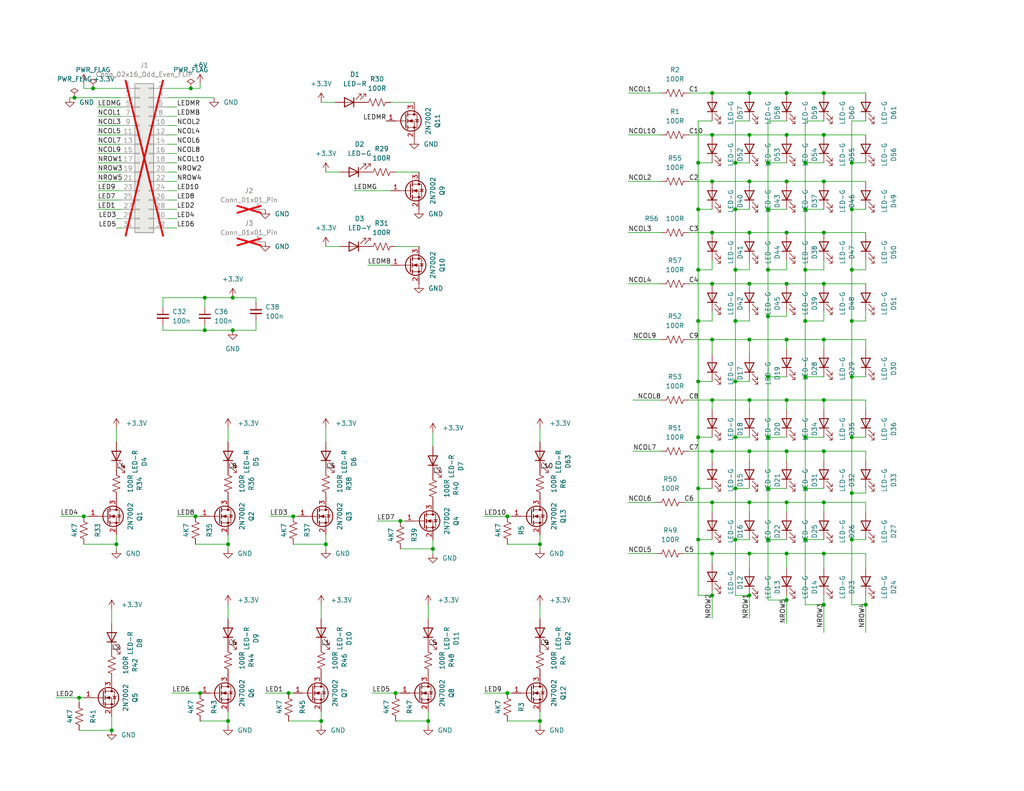
<source format=kicad_sch>
(kicad_sch (version 20250114) (generator "eeschema") (generator_version "9.0")
  (paper "A")
  (title_block (title "Disp") (date "2025-06-15") (rev "A.3") (company "Cullen Jennings"))
  (junction (at 224.79 109.22))
  (junction (at 214.63 163.83))
  (junction (at 190.5 57.15))
  (junction (at 236.22 165.1))
  (junction (at 63.5 81.28))
  (junction (at 232.41 102.87))
  (junction (at 200.66 57.15))
  (junction (at 204.47 151.13))
  (junction (at 204.47 137.16))
  (junction (at 194.31 162.56))
  (junction (at 116.84 196.85))
  (junction (at 214.63 137.16))
  (junction (at 194.31 49.53))
  (junction (at 209.55 133.35))
  (junction (at 194.31 123.19))
  (junction (at 214.63 77.47))
  (junction (at 194.31 151.13))
  (junction (at 209.55 73.66))
  (junction (at 224.79 137.16))
  (junction (at 194.31 36.83))
  (junction (at 219.71 57.15))
  (junction (at 194.31 63.5))
  (junction (at 219.71 44.45))
  (junction (at 200.66 133.35))
  (junction (at 232.41 119.38))
  (junction (at 224.79 49.53))
  (junction (at 224.79 36.83))
  (junction (at 190.5 119.38))
  (junction (at 219.71 133.35))
  (junction (at 200.66 87.63))
  (junction (at 204.47 92.71))
  (junction (at 214.63 92.71))
  (junction (at 224.79 123.19))
  (junction (at 54.61 189.23))
  (junction (at 224.79 77.47))
  (junction (at 200.66 119.38))
  (junction (at 194.31 109.22))
  (junction (at 109.22 142.24))
  (junction (at 30.48 199.39))
  (junction (at 224.79 165.1))
  (junction (at 204.47 49.53))
  (junction (at 204.47 25.4))
  (junction (at 31.75 148.59))
  (junction (at 200.66 73.66))
  (junction (at 204.47 36.83))
  (junction (at 214.63 25.4))
  (junction (at 232.41 57.15))
  (junction (at 55.88 90.17))
  (junction (at 25.4 24.13))
  (junction (at 209.55 102.87))
  (junction (at 190.5 147.32))
  (junction (at 209.55 44.45))
  (junction (at 87.63 196.85))
  (junction (at 147.32 148.59))
  (junction (at 194.31 92.71))
  (junction (at 63.5 90.17))
  (junction (at 219.71 87.63))
  (junction (at 190.5 104.14))
  (junction (at 52.07 24.13))
  (junction (at 214.63 36.83))
  (junction (at 55.88 81.28))
  (junction (at 138.43 140.97))
  (junction (at 138.43 189.23))
  (junction (at 219.71 73.66))
  (junction (at 204.47 63.5))
  (junction (at 20.32 26.67))
  (junction (at 209.55 119.38))
  (junction (at 200.66 104.14))
  (junction (at 21.59 190.5))
  (junction (at 232.41 87.63))
  (junction (at 214.63 123.19))
  (junction (at 209.55 147.32))
  (junction (at 107.95 189.23))
  (junction (at 204.47 77.47))
  (junction (at 62.23 148.59))
  (junction (at 62.23 196.85))
  (junction (at 194.31 77.47))
  (junction (at 194.31 25.4))
  (junction (at 209.55 86.36))
  (junction (at 22.86 140.97))
  (junction (at 200.66 147.32))
  (junction (at 219.71 119.38))
  (junction (at 219.71 102.87))
  (junction (at 190.5 73.66))
  (junction (at 214.63 63.5))
  (junction (at 190.5 44.45))
  (junction (at 78.74 189.23))
  (junction (at 224.79 92.71))
  (junction (at 53.34 140.97))
  (junction (at 232.41 73.66))
  (junction (at 200.66 44.45))
  (junction (at 232.41 134.62))
  (junction (at 204.47 162.56))
  (junction (at 209.55 57.15))
  (junction (at 80.01 140.97))
  (junction (at 219.71 147.32))
  (junction (at 204.47 109.22))
  (junction (at 194.31 137.16))
  (junction (at 214.63 49.53))
  (junction (at 190.5 87.63))
  (junction (at 190.5 133.35))
  (junction (at 214.63 109.22))
  (junction (at 232.41 147.32))
  (junction (at 118.11 149.86))
  (junction (at 224.79 25.4))
  (junction (at 214.63 151.13))
  (junction (at 224.79 63.5))
  (junction (at 232.41 44.45))
  (junction (at 204.47 123.19))
  (junction (at 224.79 151.13))
  (junction (at 147.32 196.85))
  (junction (at 88.9 148.59))
  (wire (pts (xy 44.45 81.28) (xy 55.88 81.28)))
  (wire (pts (xy 62.23 194.31) (xy 62.23 196.85)))
  (wire (pts (xy 147.32 148.59) (xy 147.32 149.86)))
  (wire (pts (xy 209.55 102.87) (xy 209.55 119.38)))
  (wire (pts (xy 236.22 125.73) (xy 236.22 123.19)))
  (wire (pts (xy 87.63 196.85) (xy 87.63 198.12)))
  (wire (pts (xy 224.79 133.35) (xy 219.71 133.35)))
  (wire (pts (xy 62.23 148.59) (xy 62.23 149.86)))
  (wire (pts (xy 26.67 49.53) (xy 33.02 49.53)))
  (wire (pts (xy 72.39 189.23) (xy 78.74 189.23)))
  (wire (pts (xy 236.22 137.16) (xy 224.79 137.16)))
  (wire (pts (xy 186.69 137.16) (xy 194.31 137.16)))
  (wire (pts (xy 55.88 81.28) (xy 63.5 81.28)))
  (wire (pts (xy 78.74 189.23) (xy 80.01 189.23)))
  (wire (pts (xy 107.95 67.31) (xy 114.3 67.31)))
  (wire (pts (xy 204.47 162.56) (xy 204.47 168.91)))
  (wire (pts (xy 26.67 39.37) (xy 33.02 39.37)))
  (wire (pts (xy 62.23 196.85) (xy 62.23 198.12)))
  (wire (pts (xy 224.79 71.12) (xy 224.79 73.66)))
  (wire (pts (xy 138.43 148.59) (xy 147.32 148.59)))
  (wire (pts (xy 88.9 148.59) (xy 88.9 149.86)))
  (wire (pts (xy 236.22 133.35) (xy 236.22 134.62)))
  (wire (pts (xy 232.41 165.1) (xy 236.22 165.1)))
  (wire (pts (xy 190.5 162.56) (xy 194.31 162.56)))
  (wire (pts (xy 236.22 111.76) (xy 236.22 109.22)))
  (wire (pts (xy 102.87 142.24) (xy 109.22 142.24)))
  (wire (pts (xy 194.31 111.76) (xy 194.31 109.22)))
  (wire (pts (xy 69.85 82.55) (xy 69.85 81.28)))
  (wire (pts (xy 219.71 44.45) (xy 219.71 57.15)))
  (wire (pts (xy 88.9 67.31) (xy 92.71 67.31)))
  (wire (pts (xy 31.75 148.59) (xy 31.75 149.86)))
  (wire (pts (xy 33.02 24.13) (xy 25.4 24.13)))
  (wire (pts (xy 224.79 77.47) (xy 236.22 77.47)))
  (wire (pts (xy 62.23 116.84) (xy 62.23 120.65)))
  (wire (pts (xy 219.71 147.32) (xy 219.71 165.1)))
  (wire (pts (xy 194.31 44.45) (xy 190.5 44.45)))
  (wire (pts (xy 214.63 109.22) (xy 204.47 109.22)))
  (wire (pts (xy 200.66 33.02) (xy 200.66 44.45)))
  (wire (pts (xy 214.63 151.13) (xy 204.47 151.13)))
  (wire (pts (xy 26.67 44.45) (xy 33.02 44.45)))
  (wire (pts (xy 78.74 196.85) (xy 87.63 196.85)))
  (wire (pts (xy 209.55 163.83) (xy 214.63 163.83)))
  (wire (pts (xy 224.79 25.4) (xy 236.22 25.4)))
  (wire (pts (xy 132.08 189.23) (xy 138.43 189.23)))
  (wire (pts (xy 214.63 154.94) (xy 214.63 151.13)))
  (wire (pts (xy 63.5 81.28) (xy 69.85 81.28)))
  (wire (pts (xy 209.55 133.35) (xy 214.63 133.35)))
  (wire (pts (xy 21.59 190.5) (xy 21.59 191.77)))
  (wire (pts (xy 46.99 189.23) (xy 54.61 189.23)))
  (wire (pts (xy 26.67 31.75) (xy 33.02 31.75)))
  (wire (pts (xy 236.22 92.71) (xy 224.79 92.71)))
  (wire (pts (xy 45.72 24.13) (xy 52.07 24.13)))
  (wire (pts (xy 44.45 90.17) (xy 55.88 90.17)))
  (wire (pts (xy 219.71 57.15) (xy 219.71 73.66)))
  (wire (pts (xy 187.96 36.83) (xy 194.31 36.83)))
  (wire (pts (xy 53.34 140.97) (xy 54.61 140.97)))
  (wire (pts (xy 236.22 44.45) (xy 232.41 44.45)))
  (wire (pts (xy 236.22 123.19) (xy 224.79 123.19)))
  (wire (pts (xy 224.79 33.02) (xy 219.71 33.02)))
  (wire (pts (xy 204.47 44.45) (xy 200.66 44.45)))
  (wire (pts (xy 187.96 25.4) (xy 194.31 25.4)))
  (wire (pts (xy 190.5 133.35) (xy 190.5 147.32)))
  (wire (pts (xy 204.47 137.16) (xy 194.31 137.16)))
  (wire (pts (xy 219.71 119.38) (xy 224.79 119.38)))
  (wire (pts (xy 30.48 195.58) (xy 30.48 199.39)))
  (wire (pts (xy 236.22 57.15) (xy 232.41 57.15)))
  (wire (pts (xy 224.79 165.1) (xy 224.79 172.72)))
  (wire (pts (xy 190.5 73.66) (xy 190.5 87.63)))
  (wire (pts (xy 219.71 133.35) (xy 219.71 147.32)))
  (wire (pts (xy 45.72 26.67) (xy 58.42 26.67)))
  (wire (pts (xy 54.61 196.85) (xy 62.23 196.85)))
  (wire (pts (xy 224.79 57.15) (xy 219.71 57.15)))
  (wire (pts (xy 132.08 140.97) (xy 138.43 140.97)))
  (wire (pts (xy 200.66 104.14) (xy 200.66 119.38)))
  (wire (pts (xy 171.45 77.47) (xy 180.34 77.47)))
  (wire (pts (xy 232.41 147.32) (xy 232.41 165.1)))
  (wire (pts (xy 87.63 165.1) (xy 87.63 168.91)))
  (wire (pts (xy 147.32 196.85) (xy 147.32 198.12)))
  (wire (pts (xy 45.72 46.99) (xy 48.26 46.99)))
  (wire (pts (xy 224.79 85.09) (xy 224.79 87.63)))
  (wire (pts (xy 62.23 165.1) (xy 62.23 168.91)))
  (wire (pts (xy 187.96 77.47) (xy 194.31 77.47)))
  (wire (pts (xy 200.66 119.38) (xy 204.47 119.38)))
  (wire (pts (xy 194.31 162.56) (xy 194.31 168.91)))
  (wire (pts (xy 26.67 36.83) (xy 33.02 36.83)))
  (wire (pts (xy 214.63 25.4) (xy 224.79 25.4)))
  (wire (pts (xy 236.22 109.22) (xy 224.79 109.22)))
  (wire (pts (xy 224.79 151.13) (xy 236.22 151.13)))
  (wire (pts (xy 194.31 109.22) (xy 187.96 109.22)))
  (wire (pts (xy 31.75 146.05) (xy 31.75 148.59)))
  (wire (pts (xy 224.79 162.56) (xy 224.79 165.1)))
  (wire (pts (xy 172.72 123.19) (xy 180.34 123.19)))
  (wire (pts (xy 19.05 26.67) (xy 20.32 26.67)))
  (wire (pts (xy 214.63 85.09) (xy 214.63 86.36)))
  (wire (pts (xy 171.45 25.4) (xy 180.34 25.4)))
  (wire (pts (xy 194.31 151.13) (xy 186.69 151.13)))
  (wire (pts (xy 21.59 190.5) (xy 22.86 190.5)))
  (wire (pts (xy 236.22 87.63) (xy 232.41 87.63)))
  (wire (pts (xy 204.47 104.14) (xy 200.66 104.14)))
  (wire (pts (xy 219.71 73.66) (xy 219.71 87.63)))
  (wire (pts (xy 107.95 189.23) (xy 109.22 189.23)))
  (wire (pts (xy 118.11 147.32) (xy 118.11 149.86)))
  (wire (pts (xy 26.67 54.61) (xy 33.02 54.61)))
  (wire (pts (xy 194.31 133.35) (xy 190.5 133.35)))
  (wire (pts (xy 116.84 194.31) (xy 116.84 196.85)))
  (wire (pts (xy 209.55 133.35) (xy 209.55 147.32)))
  (wire (pts (xy 26.67 34.29) (xy 33.02 34.29)))
  (wire (pts (xy 204.47 123.19) (xy 194.31 123.19)))
  (wire (pts (xy 171.45 63.5) (xy 180.34 63.5)))
  (wire (pts (xy 80.01 148.59) (xy 88.9 148.59)))
  (wire (pts (xy 172.72 109.22) (xy 180.34 109.22)))
  (wire (pts (xy 96.52 52.07) (xy 106.68 52.07)))
  (wire (pts (xy 204.47 85.09) (xy 204.47 87.63)))
  (wire (pts (xy 194.31 57.15) (xy 190.5 57.15)))
  (wire (pts (xy 52.07 24.13) (xy 54.61 24.13)))
  (wire (pts (xy 88.9 146.05) (xy 88.9 148.59)))
  (wire (pts (xy 224.79 36.83) (xy 236.22 36.83)))
  (wire (pts (xy 45.72 57.15) (xy 48.26 57.15)))
  (wire (pts (xy 200.66 147.32) (xy 200.66 162.56)))
  (wire (pts (xy 232.41 87.63) (xy 232.41 102.87)))
  (wire (pts (xy 236.22 154.94) (xy 236.22 151.13)))
  (wire (pts (xy 209.55 119.38) (xy 209.55 133.35)))
  (wire (pts (xy 209.55 57.15) (xy 209.55 73.66)))
  (wire (pts (xy 53.34 148.59) (xy 62.23 148.59)))
  (wire (pts (xy 194.31 161.29) (xy 194.31 162.56)))
  (wire (pts (xy 209.55 147.32) (xy 214.63 147.32)))
  (wire (pts (xy 236.22 134.62) (xy 232.41 134.62)))
  (wire (pts (xy 116.84 165.1) (xy 116.84 168.91)))
  (wire (pts (xy 224.79 123.19) (xy 224.79 125.73)))
  (wire (pts (xy 224.79 109.22) (xy 214.63 109.22)))
  (wire (pts (xy 200.66 119.38) (xy 200.66 133.35)))
  (wire (pts (xy 214.63 137.16) (xy 214.63 139.7)))
  (wire (pts (xy 22.86 140.97) (xy 24.13 140.97)))
  (wire (pts (xy 194.31 49.53) (xy 204.47 49.53)))
  (wire (pts (xy 190.5 119.38) (xy 194.31 119.38)))
  (wire (pts (xy 190.5 147.32) (xy 194.31 147.32)))
  (wire (pts (xy 73.66 140.97) (xy 80.01 140.97)))
  (wire (pts (xy 116.84 196.85) (xy 116.84 198.12)))
  (wire (pts (xy 55.88 88.9) (xy 55.88 90.17)))
  (wire (pts (xy 209.55 33.02) (xy 214.63 33.02)))
  (wire (pts (xy 22.86 24.13) (xy 22.86 22.86)))
  (wire (pts (xy 194.31 123.19) (xy 194.31 125.73)))
  (wire (pts (xy 194.31 73.66) (xy 190.5 73.66)))
  (wire (pts (xy 214.63 71.12) (xy 214.63 73.66)))
  (wire (pts (xy 187.96 63.5) (xy 194.31 63.5)))
  (wire (pts (xy 147.32 146.05) (xy 147.32 148.59)))
  (wire (pts (xy 219.71 102.87) (xy 219.71 119.38)))
  (wire (pts (xy 224.79 92.71) (xy 214.63 92.71)))
  (wire (pts (xy 45.72 34.29) (xy 48.26 34.29)))
  (wire (pts (xy 194.31 33.02) (xy 190.5 33.02)))
  (wire (pts (xy 80.01 140.97) (xy 81.28 140.97)))
  (wire (pts (xy 214.63 92.71) (xy 214.63 95.25)))
  (wire (pts (xy 214.63 73.66) (xy 209.55 73.66)))
  (wire (pts (xy 200.66 162.56) (xy 204.47 162.56)))
  (wire (pts (xy 200.66 44.45) (xy 200.66 57.15)))
  (wire (pts (xy 204.47 57.15) (xy 200.66 57.15)))
  (wire (pts (xy 209.55 33.02) (xy 209.55 44.45)))
  (wire (pts (xy 214.63 77.47) (xy 224.79 77.47)))
  (wire (pts (xy 204.47 73.66) (xy 200.66 73.66)))
  (wire (pts (xy 204.47 25.4) (xy 214.63 25.4)))
  (wire (pts (xy 232.41 33.02) (xy 232.41 44.45)))
  (wire (pts (xy 190.5 33.02) (xy 190.5 44.45)))
  (wire (pts (xy 214.63 36.83) (xy 224.79 36.83)))
  (wire (pts (xy 224.79 44.45) (xy 219.71 44.45)))
  (wire (pts (xy 21.59 199.39) (xy 30.48 199.39)))
  (wire (pts (xy 55.88 90.17) (xy 63.5 90.17)))
  (wire (pts (xy 106.68 27.94) (xy 113.03 27.94)))
  (wire (pts (xy 209.55 44.45) (xy 209.55 57.15)))
  (wire (pts (xy 138.43 196.85) (xy 147.32 196.85)))
  (wire (pts (xy 236.22 139.7) (xy 236.22 137.16)))
  (wire (pts (xy 209.55 57.15) (xy 214.63 57.15)))
  (wire (pts (xy 209.55 73.66) (xy 209.55 86.36)))
  (wire (pts (xy 190.5 87.63) (xy 190.5 104.14)))
  (wire (pts (xy 236.22 165.1) (xy 236.22 172.72)))
  (wire (pts (xy 138.43 140.97) (xy 139.7 140.97)))
  (wire (pts (xy 190.5 44.45) (xy 190.5 57.15)))
  (wire (pts (xy 194.31 92.71) (xy 194.31 96.52)))
  (wire (pts (xy 171.45 36.83) (xy 180.34 36.83)))
  (wire (pts (xy 26.67 29.21) (xy 33.02 29.21)))
  (wire (pts (xy 194.31 77.47) (xy 204.47 77.47)))
  (wire (pts (xy 87.63 27.94) (xy 91.44 27.94)))
  (wire (pts (xy 16.51 140.97) (xy 22.86 140.97)))
  (wire (pts (xy 224.79 137.16) (xy 224.79 139.7)))
  (wire (pts (xy 31.75 116.84) (xy 31.75 120.65)))
  (wire (pts (xy 204.47 33.02) (xy 200.66 33.02)))
  (wire (pts (xy 69.85 87.63) (xy 69.85 90.17)))
  (wire (pts (xy 48.26 140.97) (xy 53.34 140.97)))
  (wire (pts (xy 236.22 95.25) (xy 236.22 92.71)))
  (wire (pts (xy 209.55 44.45) (xy 214.63 44.45)))
  (wire (pts (xy 45.72 59.69) (xy 48.26 59.69)))
  (wire (pts (xy 200.66 73.66) (xy 200.66 87.63)))
  (wire (pts (xy 20.32 26.67) (xy 33.02 26.67)))
  (wire (pts (xy 219.71 119.38) (xy 219.71 133.35)))
  (wire (pts (xy 232.41 102.87) (xy 232.41 119.38)))
  (wire (pts (xy 204.47 87.63) (xy 200.66 87.63)))
  (wire (pts (xy 48.26 62.23) (xy 45.72 62.23)))
  (wire (pts (xy 224.79 92.71) (xy 224.79 95.25)))
  (wire (pts (xy 214.63 63.5) (xy 224.79 63.5)))
  (wire (pts (xy 204.47 151.13) (xy 204.47 154.94)))
  (wire (pts (xy 200.66 87.63) (xy 200.66 104.14)))
  (wire (pts (xy 204.47 71.12) (xy 204.47 73.66)))
  (wire (pts (xy 88.9 116.84) (xy 88.9 120.65)))
  (wire (pts (xy 88.9 46.99) (xy 92.71 46.99)))
  (wire (pts (xy 214.63 123.19) (xy 214.63 125.73)))
  (wire (pts (xy 236.22 85.09) (xy 236.22 87.63)))
  (wire (pts (xy 224.79 49.53) (xy 236.22 49.53)))
  (wire (pts (xy 45.72 49.53) (xy 48.26 49.53)))
  (wire (pts (xy 236.22 33.02) (xy 232.41 33.02)))
  (wire (pts (xy 55.88 81.28) (xy 55.88 83.82)))
  (wire (pts (xy 147.32 194.31) (xy 147.32 196.85)))
  (wire (pts (xy 171.45 151.13) (xy 179.07 151.13)))
  (wire (pts (xy 26.67 41.91) (xy 33.02 41.91)))
  (wire (pts (xy 214.63 109.22) (xy 214.63 111.76)))
  (wire (pts (xy 214.63 123.19) (xy 204.47 123.19)))
  (wire (pts (xy 15.24 190.5) (xy 21.59 190.5)))
  (wire (pts (xy 200.66 133.35) (xy 200.66 147.32)))
  (wire (pts (xy 190.5 147.32) (xy 190.5 162.56)))
  (wire (pts (xy 45.72 36.83) (xy 48.26 36.83)))
  (wire (pts (xy 194.31 85.09) (xy 194.31 87.63)))
  (wire (pts (xy 30.48 166.37) (xy 30.48 170.18)))
  (wire (pts (xy 200.66 57.15) (xy 200.66 73.66)))
  (wire (pts (xy 194.31 153.67) (xy 194.31 151.13)))
  (wire (pts (xy 63.5 90.17) (xy 69.85 90.17)))
  (wire (pts (xy 45.72 39.37) (xy 48.26 39.37)))
  (wire (pts (xy 224.79 109.22) (xy 224.79 111.76)))
  (wire (pts (xy 224.79 102.87) (xy 219.71 102.87)))
  (wire (pts (xy 45.72 54.61) (xy 48.26 54.61)))
  (wire (pts (xy 26.67 57.15) (xy 33.02 57.15)))
  (wire (pts (xy 194.31 71.12) (xy 194.31 73.66)))
  (wire (pts (xy 26.67 52.07) (xy 33.02 52.07)))
  (wire (pts (xy 190.5 57.15) (xy 190.5 73.66)))
  (wire (pts (xy 204.47 36.83) (xy 214.63 36.83)))
  (wire (pts (xy 194.31 63.5) (xy 204.47 63.5)))
  (wire (pts (xy 194.31 36.83) (xy 204.47 36.83)))
  (wire (pts (xy 214.63 102.87) (xy 209.55 102.87)))
  (wire (pts (xy 194.31 104.14) (xy 190.5 104.14)))
  (wire (pts (xy 224.79 137.16) (xy 214.63 137.16)))
  (wire (pts (xy 171.45 137.16) (xy 179.07 137.16)))
  (wire (pts (xy 214.63 86.36) (xy 209.55 86.36)))
  (wire (pts (xy 101.6 189.23) (xy 107.95 189.23)))
  (wire (pts (xy 147.32 116.84) (xy 147.32 120.65)))
  (wire (pts (xy 171.45 49.53) (xy 180.34 49.53)))
  (wire (pts (xy 204.47 63.5) (xy 214.63 63.5)))
  (wire (pts (xy 194.31 137.16) (xy 194.31 139.7)))
  (wire (pts (xy 138.43 189.23) (xy 139.7 189.23)))
  (wire (pts (xy 232.41 134.62) (xy 232.41 147.32)))
  (wire (pts (xy 204.47 96.52) (xy 204.47 92.71)))
  (wire (pts (xy 232.41 73.66) (xy 232.41 87.63)))
  (wire (pts (xy 45.72 44.45) (xy 48.26 44.45)))
  (wire (pts (xy 236.22 102.87) (xy 232.41 102.87)))
  (wire (pts (xy 187.96 123.19) (xy 194.31 123.19)))
  (wire (pts (xy 25.4 24.13) (xy 22.86 24.13)))
  (wire (pts (xy 236.22 71.12) (xy 236.22 73.66)))
  (wire (pts (xy 187.96 49.53) (xy 194.31 49.53)))
  (wire (pts (xy 224.79 87.63) (xy 219.71 87.63)))
  (wire (pts (xy 232.41 119.38) (xy 236.22 119.38)))
  (wire (pts (xy 224.79 154.94) (xy 224.79 151.13)))
  (wire (pts (xy 172.72 92.71) (xy 180.34 92.71)))
  (wire (pts (xy 214.63 151.13) (xy 224.79 151.13)))
  (wire (pts (xy 204.47 49.53) (xy 214.63 49.53)))
  (wire (pts (xy 190.5 119.38) (xy 190.5 133.35)))
  (wire (pts (xy 236.22 162.56) (xy 236.22 165.1)))
  (wire (pts (xy 118.11 118.11) (xy 118.11 121.92)))
  (wire (pts (xy 45.72 31.75) (xy 48.26 31.75)))
  (wire (pts (xy 204.47 92.71) (xy 194.31 92.71)))
  (wire (pts (xy 214.63 92.71) (xy 204.47 92.71)))
  (wire (pts (xy 219.71 87.63) (xy 219.71 102.87)))
  (wire (pts (xy 147.32 165.1) (xy 147.32 168.91)))
  (wire (pts (xy 232.41 57.15) (xy 232.41 73.66)))
  (wire (pts (xy 100.33 72.39) (xy 106.68 72.39)))
  (wire (pts (xy 204.47 151.13) (xy 194.31 151.13)))
  (wire (pts (xy 224.79 63.5) (xy 236.22 63.5)))
  (wire (pts (xy 204.47 139.7) (xy 204.47 137.16)))
  (wire (pts (xy 45.72 52.07) (xy 48.26 52.07)))
  (wire (pts (xy 190.5 104.14) (xy 190.5 119.38)))
  (wire (pts (xy 219.71 33.02) (xy 219.71 44.45)))
  (wire (pts (xy 87.63 194.31) (xy 87.63 196.85)))
  (wire (pts (xy 214.63 162.56) (xy 214.63 163.83)))
  (wire (pts (xy 232.41 147.32) (xy 236.22 147.32)))
  (wire (pts (xy 109.22 142.24) (xy 110.49 142.24)))
  (wire (pts (xy 209.55 119.38) (xy 214.63 119.38)))
  (wire (pts (xy 204.47 109.22) (xy 194.31 109.22)))
  (wire (pts (xy 209.55 147.32) (xy 209.55 163.83)))
  (wire (pts (xy 62.23 146.05) (xy 62.23 148.59)))
  (wire (pts (xy 54.61 24.13) (xy 54.61 22.86)))
  (wire (pts (xy 232.41 44.45) (xy 232.41 57.15)))
  (wire (pts (xy 31.75 62.23) (xy 33.02 62.23)))
  (wire (pts (xy 44.45 83.82) (xy 44.45 81.28)))
  (wire (pts (xy 200.66 147.32) (xy 204.47 147.32)))
  (wire (pts (xy 118.11 149.86) (xy 118.11 151.13)))
  (wire (pts (xy 214.63 49.53) (xy 224.79 49.53)))
  (wire (pts (xy 236.22 73.66) (xy 232.41 73.66)))
  (wire (pts (xy 204.47 77.47) (xy 214.63 77.47)))
  (wire (pts (xy 209.55 86.36) (xy 209.55 102.87)))
  (wire (pts (xy 107.95 196.85) (xy 116.84 196.85)))
  (wire (pts (xy 200.66 133.35) (xy 204.47 133.35)))
  (wire (pts (xy 194.31 87.63) (xy 190.5 87.63)))
  (wire (pts (xy 194.31 25.4) (xy 204.47 25.4)))
  (wire (pts (xy 224.79 147.32) (xy 219.71 147.32)))
  (wire (pts (xy 31.75 59.69) (xy 33.02 59.69)))
  (wire (pts (xy 224.79 123.19) (xy 214.63 123.19)))
  (wire (pts (xy 204.47 111.76) (xy 204.47 109.22)))
  (wire (pts (xy 44.45 88.9) (xy 44.45 90.17)))
  (wire (pts (xy 214.63 137.16) (xy 204.47 137.16)))
  (wire (pts (xy 219.71 165.1) (xy 224.79 165.1)))
  (wire (pts (xy 26.67 46.99) (xy 33.02 46.99)))
  (wire (pts (xy 107.95 46.99) (xy 114.3 46.99)))
  (wire (pts (xy 204.47 125.73) (xy 204.47 123.19)))
  (wire (pts (xy 45.72 29.21) (xy 48.26 29.21)))
  (wire (pts (xy 109.22 149.86) (xy 118.11 149.86)))
  (wire (pts (xy 224.79 73.66) (xy 219.71 73.66)))
  (wire (pts (xy 45.72 41.91) (xy 48.26 41.91)))
  (wire (pts (xy 22.86 148.59) (xy 31.75 148.59)))
  (wire (pts (xy 214.63 163.83) (xy 214.63 170.18)))
  (wire (pts (xy 232.41 119.38) (xy 232.41 134.62)))
  (wire (pts (xy 187.96 92.71) (xy 194.31 92.71)))
  (label "LED3" (at 73.66 140.97 0))
  (label "LED1" (at 26.67 57.15 0))
  (label "LEDMB" (at 48.26 31.75 0))
  (label "LEDMB" (at 100.33 72.39 0))
  (label "NCOL6" (at 171.45 137.16 0))
  (label "C2" (at 187.96 49.53 0))
  (label "LED4" (at 48.26 59.69 0))
  (label "LED6" (at 46.99 189.23 0))
  (label "LED9" (at 132.08 189.23 0))
  (label "LED4" (at 16.51 140.97 0))
  (label "C10" (at 187.96 36.83 0))
  (label "LEDMR" (at 105.41 33.02 180))
  (label "LED2" (at 15.24 190.5 0))
  (label "L4" (at 31.75 128.27 0))
  (label "C5" (at 186.69 151.13 0))
  (label "LEDMR" (at 48.26 29.21 0))
  (label "L3" (at 88.9 128.27 0))
  (label "NCOL9" (at 172.72 92.71 0))
  (label "NROW5" (at 214.63 170.18 90))
  (label "NCOL8" (at 48.26 41.91 0))
  (label "NROW4" (at 236.22 171.45 90))
  (label "LED10" (at 132.08 140.97 0))
  (label "C8" (at 187.96 109.22 0))
  (label "NCOL7" (at 172.72 123.19 0))
  (label "NCOL2" (at 48.26 34.29 0))
  (label "NROW5" (at 26.67 49.53 0))
  (label "NCOL5" (at 26.67 36.83 0))
  (label "L2" (at 30.48 177.8 0))
  (label "NCOL6" (at 48.26 39.37 0))
  (label "NCOL10" (at 171.45 36.83 0))
  (label "C4" (at 187.96 77.47 0))
  (label "NCOL2" (at 171.45 49.53 0))
  (label "LED8" (at 48.26 140.97 0))
  (label "LED5" (at 31.75 62.23 180))
  (label "NROW2" (at 48.26 46.99 0))
  (label "C9" (at 187.96 92.71 0))
  (label "NCOL3" (at 26.67 34.29 0))
  (label "LED6" (at 48.26 62.23 0))
  (label "L6" (at 62.23 176.53 0))
  (label "NCOL8" (at 173.99 109.22 0))
  (label "NROW1" (at 204.47 168.91 90))
  (label "C1" (at 187.96 25.4 0))
  (label "LED3" (at 31.75 59.69 180))
  (label "NROW4" (at 48.26 49.53 0))
  (label "L10" (at 147.32 128.27 0))
  (label "NCOL5" (at 171.45 151.13 0))
  (label "LEDMG" (at 96.52 52.07 0))
  (label "LED9" (at 26.67 52.07 0))
  (label "L9" (at 147.32 176.53 0))
  (label "NROW2" (at 194.31 168.91 90))
  (label "LED8" (at 48.26 54.61 0))
  (label "NCOL1" (at 171.45 25.4 0))
  (label "LED1" (at 72.39 189.23 0))
  (label "LED2" (at 48.26 57.15 0))
  (label "LED10" (at 48.26 52.07 0))
  (label "NCOL9" (at 26.67 41.91 0))
  (label "LED5" (at 101.6 189.23 0))
  (label "NROW3" (at 224.79 171.45 90))
  (label "NCOL7" (at 26.67 39.37 0))
  (label "NROW1" (at 26.67 44.45 0))
  (label "NCOL1" (at 26.67 31.75 0))
  (label "L7" (at 118.11 129.54 0))
  (label "C3" (at 187.96 63.5 0))
  (label "NCOL10" (at 48.26 44.45 0))
  (label "NCOL3" (at 171.45 63.5 0))
  (label "LED7" (at 102.87 142.24 0))
  (label "L5" (at 116.84 176.53 0))
  (label "L1" (at 87.63 176.53 0))
  (label "NCOL4" (at 48.26 36.83 0))
  (label "NROW3" (at 26.67 46.99 0))
  (label "NCOL4" (at 171.45 77.47 0))
  (label "LED7" (at 26.67 54.61 0))
  (label "L8" (at 62.23 128.27 0))
  (label "C7" (at 187.96 123.19 0))
  (label "C6" (at 186.69 137.16 0))
  (label "LEDMG" (at 26.67 29.21 0))
  (symbol (lib_id "Device:LED") (at 194.31 143.51 90) (unit 1)
    (property "Reference" "D16" (at 201.93 145.0975 0))
    (property "Value" "LED-G" (at 199.39 145.0975 0))
    (property "Footprint" "LED_SMD:LED_0603_1608Metric" (effects (hide yes)))
    (property "Datasheet" "https://jlcpcb.com/partdetail/liteon-LTSTC190KRKT/C94869#:~:text=Datasheet-,Download,-Source" (effects (hide yes)))
    (property "JLCPCB Part #" "C125093" (effects (hide yes)))
  )
  (symbol (lib_id "Device:R_US") (at 184.15 25.4 270) (unit 1)
    (property "Reference" "R2" (at 184.15 19.05 90))
    (property "Value" "100R" (at 184.15 21.59 90))
    (property "Footprint" "Resistor_SMD:R_0603_1608Metric" (effects (hide yes)))
    (property "JLCPCB Part #" "C22775" (effects (hide yes)))
  )
  (symbol (lib_id "Device:LED") (at 214.63 143.51 90) (unit 1)
    (property "Reference" "D25" (at 222.25 145.0975 0))
    (property "Value" "LED-G" (at 219.71 145.0975 0))
    (property "Footprint" "LED_SMD:LED_0603_1608Metric" (effects (hide yes)))
    (property "Datasheet" "https://jlcpcb.com/partdetail/liteon-LTSTC190KRKT/C94869#:~:text=Datasheet-,Download,-Source" (effects (hide yes)))
    (property "JLCPCB Part #" "C125093" (effects (hide yes)))
  )
  (symbol (lib_id "Device:LED") (at 236.22 29.21 90) (unit 1)
    (property "Reference" "D61" (at 243.84 30.7975 0))
    (property "Value" "LED-G" (at 241.3 30.7975 0))
    (property "Footprint" "LED_SMD:LED_0603_1608Metric" (effects (hide yes)))
    (property "Datasheet" "https://jlcpcb.com/partdetail/liteon-LTSTC190KRKT/C94869#:~:text=Datasheet-,Download,-Source" (effects (hide yes)))
    (property "JLCPCB Part #" "C125093" (effects (hide yes)))
  )
  (symbol (lib_id "Device:R_US") (at 147.32 180.34 0) (unit 1)
    (property "Reference" "R4" (at 153.67 180.34 90))
    (property "Value" "100R" (at 151.13 180.34 90))
    (property "Footprint" "Resistor_SMD:R_0603_1608Metric" (effects (hide yes)))
    (property "JLCPCB Part #" "C22775" (effects (hide yes)))
  )
  (symbol (lib_id "Device:LED") (at 204.47 40.64 90) (unit 1)
    (property "Reference" "D53" (at 212.09 42.2275 0))
    (property "Value" "LED-G" (at 209.55 42.2275 0))
    (property "Footprint" "LED_SMD:LED_0603_1608Metric" (effects (hide yes)))
    (property "Datasheet" "https://jlcpcb.com/partdetail/liteon-LTSTC190KRKT/C94869#:~:text=Datasheet-,Download,-Source" (effects (hide yes)))
    (property "JLCPCB Part #" "C125093" (effects (hide yes)))
  )
  (symbol (lib_id "power:+3.3V") (at 87.63 27.94 0) (unit 1)
    (property "Reference" "#PWR076" (effects (hide yes)))
    (property "Value" "+3.3V" (at 87.63 22.86 0))
  )
  (symbol (lib_id "Device:LED") (at 204.47 158.75 90) (unit 1)
    (property "Reference" "D13" (at 212.09 160.3375 0))
    (property "Value" "LED-G" (at 209.55 160.3375 0))
    (property "Footprint" "LED_SMD:LED_0603_1608Metric" (effects (hide yes)))
    (property "Datasheet" "https://jlcpcb.com/partdetail/liteon-LTSTC190KRKT/C94869#:~:text=Datasheet-,Download,-Source" (effects (hide yes)))
    (property "JLCPCB Part #" "C125093" (effects (hide yes)))
  )
  (symbol (lib_id "power:PWR_FLAG") (at 52.07 24.13 0) (unit 1)
    (property "Reference" "#FLG02" (effects (hide yes)))
    (property "Value" "PWR_FLAG" (at 52.07 19.05 0))
  )
  (symbol (lib_id "power:+3.3V") (at 31.75 116.84 0) (unit 1)
    (property "Reference" "#PWR09" (effects (hide yes)))
    (property "Value" "+3.3V" (at 34.29 115.57 0) (effects (justify left)))
  )
  (symbol (lib_id "Device:R_US") (at 62.23 132.08 0) (unit 1)
    (property "Reference" "R36" (at 68.58 132.08 90))
    (property "Value" "100R" (at 66.04 132.08 90))
    (property "Footprint" "Resistor_SMD:R_0603_1608Metric" (effects (hide yes)))
    (property "JLCPCB Part #" "C22775" (effects (hide yes)))
  )
  (symbol (lib_id "Device:LED") (at 214.63 81.28 90) (unit 1)
    (property "Reference" "D39" (at 222.25 82.8675 0))
    (property "Value" "LED-G" (at 219.71 82.8675 0))
    (property "Footprint" "LED_SMD:LED_0603_1608Metric" (effects (hide yes)))
    (property "Datasheet" "https://jlcpcb.com/partdetail/liteon-LTSTC190KRKT/C94869#:~:text=Datasheet-,Download,-Source" (effects (hide yes)))
    (property "JLCPCB Part #" "C125093" (effects (hide yes)))
  )
  (symbol (lib_id "Device:R_US") (at 87.63 180.34 0) (unit 1)
    (property "Reference" "R46" (at 93.98 180.34 90))
    (property "Value" "100R" (at 91.44 180.34 90))
    (property "Footprint" "Resistor_SMD:R_0603_1608Metric" (effects (hide yes)))
    (property "JLCPCB Part #" "C22775" (effects (hide yes)))
  )
  (symbol (lib_id "Device:LED") (at 236.22 53.34 90) (unit 1)
    (property "Reference" "D49" (at 243.84 54.9275 0))
    (property "Value" "LED-G" (at 241.3 54.9275 0))
    (property "Footprint" "LED_SMD:LED_0603_1608Metric" (effects (hide yes)))
    (property "Datasheet" "https://jlcpcb.com/partdetail/liteon-LTSTC190KRKT/C94869#:~:text=Datasheet-,Download,-Source" (effects (hide yes)))
    (property "JLCPCB Part #" "C125093" (effects (hide yes)))
  )
  (symbol (lib_id "power:GND") (at 118.11 151.13 0) (unit 1)
    (property "Reference" "#PWR088" (effects (hide yes)))
    (property "Value" "GND" (at 120.65 152.4 0) (effects (justify left)))
  )
  (symbol (lib_id "Device:LED") (at 194.31 115.57 90) (unit 1)
    (property "Reference" "D18" (at 201.93 117.1575 0))
    (property "Value" "LED-G" (at 199.39 117.1575 0))
    (property "Footprint" "LED_SMD:LED_0603_1608Metric" (effects (hide yes)))
    (property "Datasheet" "https://jlcpcb.com/partdetail/liteon-LTSTC190KRKT/C94869#:~:text=Datasheet-,Download,-Source" (effects (hide yes)))
    (property "JLCPCB Part #" "C125093" (effects (hide yes)))
  )
  (symbol (lib_id "Device:LED") (at 95.25 27.94 180) (unit 1)
    (property "Reference" "D1" (at 96.8375 20.32 0))
    (property "Value" "LED-R" (at 96.8375 22.86 0))
    (property "Footprint" "LED_SMD:LED_0603_1608Metric" (effects (hide yes)))
    (property "Datasheet" "https://jlcpcb.com/partdetail/liteon-LTSTC190KRKT/C94869#:~:text=Datasheet-,Download,-Source" (effects (hide yes)))
    (property "JLCPCB Part #" "C94869" (effects (hide yes)))
  )
  (symbol (lib_id "Device:LED") (at 236.22 129.54 90) (unit 1)
    (property "Reference" "D33" (at 243.84 131.1275 0))
    (property "Value" "LED-G" (at 241.3 131.1275 0))
    (property "Footprint" "LED_SMD:LED_0603_1608Metric" (effects (hide yes)))
    (property "Datasheet" "https://jlcpcb.com/partdetail/liteon-LTSTC190KRKT/C94869#:~:text=Datasheet-,Download,-Source" (effects (hide yes)))
    (property "JLCPCB Part #" "C125093" (effects (hide yes)))
  )
  (symbol (lib_id "Transistor_FET:2N7002") (at 27.94 190.5 0) (unit 1)
    (property "Reference" "Q5" (at 36.83 190.5 90))
    (property "Value" "2N7002" (at 34.29 190.5 90))
    (property "Footprint" "Package_TO_SOT_SMD:SOT-23" (effects (hide yes)))
    (property "Datasheet" "https://www.onsemi.com/pub/Collateral/NDS7002A-D.PDF" (effects (hide yes)))
    (property "JLCPCB Part #" "C8545" (effects (hide yes)))
  )
  (symbol (lib_id "power:+3.3V") (at 147.32 165.1 0) (unit 1)
    (property "Reference" "#PWR012" (effects (hide yes)))
    (property "Value" "+3.3V" (at 149.86 163.83 0) (effects (justify left)))
  )
  (symbol (lib_id "Device:LED") (at 194.31 81.28 90) (unit 1)
    (property "Reference" "D42" (at 201.93 82.8675 0))
    (property "Value" "LED-G" (at 199.39 82.8675 0))
    (property "Footprint" "LED_SMD:LED_0603_1608Metric" (effects (hide yes)))
    (property "Datasheet" "https://jlcpcb.com/partdetail/liteon-LTSTC190KRKT/C94869#:~:text=Datasheet-,Download,-Source" (effects (hide yes)))
    (property "JLCPCB Part #" "C125093" (effects (hide yes)))
  )
  (symbol (lib_id "Device:R_US") (at 118.11 133.35 0) (unit 1)
    (property "Reference" "R40" (at 124.46 133.35 90))
    (property "Value" "100R" (at 121.92 133.35 90))
    (property "Footprint" "Resistor_SMD:R_0603_1608Metric" (effects (hide yes)))
    (property "JLCPCB Part #" "C22775" (effects (hide yes)))
  )
  (symbol (lib_id "Device:LED") (at 194.31 53.34 90) (unit 1)
    (property "Reference" "D40" (at 201.93 54.9275 0))
    (property "Value" "LED-G" (at 199.39 54.9275 0))
    (property "Footprint" "LED_SMD:LED_0603_1608Metric" (effects (hide yes)))
    (property "Datasheet" "https://jlcpcb.com/partdetail/liteon-LTSTC190KRKT/C94869#:~:text=Datasheet-,Download,-Source" (effects (hide yes)))
    (property "JLCPCB Part #" "C125093" (effects (hide yes)))
  )
  (symbol (lib_id "Device:LED") (at 62.23 124.46 90) (unit 1)
    (property "Reference" "D5" (at 69.85 126.0475 0))
    (property "Value" "LED-R" (at 67.31 126.0475 0))
    (property "Footprint" "LED_SMD:LED_0603_1608Metric" (effects (hide yes)))
    (property "Datasheet" "https://jlcpcb.com/partdetail/liteon-LTSTC190KRKT/C94869#:~:text=Datasheet-,Download,-Source" (effects (hide yes)))
    (property "JLCPCB Part #" "C94869" (effects (hide yes)))
  )
  (symbol (lib_id "Device:LED") (at 224.79 115.57 90) (unit 1)
    (property "Reference" "D35" (at 232.41 117.1575 0))
    (property "Value" "LED-G" (at 229.87 117.1575 0))
    (property "Footprint" "LED_SMD:LED_0603_1608Metric" (effects (hide yes)))
    (property "Datasheet" "https://jlcpcb.com/partdetail/liteon-LTSTC190KRKT/C94869#:~:text=Datasheet-,Download,-Source" (effects (hide yes)))
    (property "JLCPCB Part #" "C125093" (effects (hide yes)))
  )
  (symbol (lib_id "power:GND") (at 58.42 26.67 0) (unit 1)
    (property "Reference" "#PWR04" (effects (hide yes)))
    (property "Value" "GND" (at 60.96 27.94 0) (effects (justify left)))
  )
  (symbol (lib_id "Device:LED") (at 224.79 67.31 90) (unit 1)
    (property "Reference" "D47" (at 232.41 68.8975 0))
    (property "Value" "LED-G" (at 229.87 68.8975 0))
    (property "Footprint" "LED_SMD:LED_0603_1608Metric" (effects (hide yes)))
    (property "Datasheet" "https://jlcpcb.com/partdetail/liteon-LTSTC190KRKT/C94869#:~:text=Datasheet-,Download,-Source" (effects (hide yes)))
    (property "JLCPCB Part #" "C125093" (effects (hide yes)))
  )
  (symbol (lib_id "Device:LED") (at 194.31 100.33 90) (unit 1)
    (property "Reference" "D17" (at 201.93 101.9175 0))
    (property "Value" "LED-G" (at 199.39 101.9175 0))
    (property "Footprint" "LED_SMD:LED_0603_1608Metric" (effects (hide yes)))
    (property "Datasheet" "https://jlcpcb.com/partdetail/liteon-LTSTC190KRKT/C94869#:~:text=Datasheet-,Download,-Source" (effects (hide yes)))
    (property "JLCPCB Part #" "C125093" (effects (hide yes)))
  )
  (symbol (lib_id "Device:R_US") (at 184.15 49.53 270) (unit 1)
    (property "Reference" "R55" (at 184.15 43.18 90))
    (property "Value" "100R" (at 184.15 45.72 90))
    (property "Footprint" "Resistor_SMD:R_0603_1608Metric" (effects (hide yes)))
    (property "JLCPCB Part #" "C22775" (effects (hide yes)))
  )
  (symbol (lib_id "Device:LED") (at 194.31 67.31 90) (unit 1)
    (property "Reference" "D41" (at 201.93 68.8975 0))
    (property "Value" "LED-G" (at 199.39 68.8975 0))
    (property "Footprint" "LED_SMD:LED_0603_1608Metric" (effects (hide yes)))
    (property "Datasheet" "https://jlcpcb.com/partdetail/liteon-LTSTC190KRKT/C94869#:~:text=Datasheet-,Download,-Source" (effects (hide yes)))
    (property "JLCPCB Part #" "C125093" (effects (hide yes)))
  )
  (symbol (lib_id "Device:R_US") (at 138.43 193.04 180) (unit 1)
    (property "Reference" "R3" (at 142.24 193.04 90))
    (property "Value" "4K7" (at 135.89 193.04 90))
    (property "Footprint" "Resistor_SMD:R_0603_1608Metric" (effects (hide yes)))
    (property "JLCPCB Part #" "C23162" (effects (hide yes)))
  )
  (symbol (lib_id "Device:LED") (at 204.47 81.28 90) (unit 1)
    (property "Reference" "D45" (at 212.09 82.8675 0))
    (property "Value" "LED-G" (at 209.55 82.8675 0))
    (property "Footprint" "LED_SMD:LED_0603_1608Metric" (effects (hide yes)))
    (property "Datasheet" "https://jlcpcb.com/partdetail/liteon-LTSTC190KRKT/C94869#:~:text=Datasheet-,Download,-Source" (effects (hide yes)))
    (property "JLCPCB Part #" "C125093" (effects (hide yes)))
  )
  (symbol (lib_id "Connector:Conn_01x01_Pin") (at 67.31 57.15 0) (unit 1) (in_bom no) (dnp yes)
    (property "Reference" "J2" (at 67.945 52.07 0))
    (property "Value" "Conn_01x01_Pin" (at 67.945 54.61 0))
    (property "Footprint" "Connector_PinHeader_2.54mm:PinHeader_1x01_P2.54mm_Vertical" (effects (hide yes)))
  )
  (symbol (lib_id "Device:LED") (at 236.22 99.06 90) (unit 1)
    (property "Reference" "D30" (at 243.84 100.6475 0))
    (property "Value" "LED-G" (at 241.3 100.6475 0))
    (property "Footprint" "LED_SMD:LED_0603_1608Metric" (effects (hide yes)))
    (property "Datasheet" "https://jlcpcb.com/partdetail/liteon-LTSTC190KRKT/C94869#:~:text=Datasheet-,Download,-Source" (effects (hide yes)))
    (property "JLCPCB Part #" "C125093" (effects (hide yes)))
  )
  (symbol (lib_id "Device:LED") (at 204.47 53.34 90) (unit 1)
    (property "Reference" "D43" (at 212.09 54.9275 0))
    (property "Value" "LED-G" (at 209.55 54.9275 0))
    (property "Footprint" "LED_SMD:LED_0603_1608Metric" (effects (hide yes)))
    (property "Datasheet" "https://jlcpcb.com/partdetail/liteon-LTSTC190KRKT/C94869#:~:text=Datasheet-,Download,-Source" (effects (hide yes)))
    (property "JLCPCB Part #" "C125093" (effects (hide yes)))
  )
  (symbol (lib_id "Device:LED") (at 116.84 172.72 90) (unit 1)
    (property "Reference" "D11" (at 124.46 174.3075 0))
    (property "Value" "LED-R" (at 121.92 174.3075 0))
    (property "Footprint" "LED_SMD:LED_0603_1608Metric" (effects (hide yes)))
    (property "Datasheet" "https://jlcpcb.com/partdetail/liteon-LTSTC190KRKT/C94869#:~:text=Datasheet-,Download,-Source" (effects (hide yes)))
    (property "JLCPCB Part #" "C94869" (effects (hide yes)))
  )
  (symbol (lib_id "Transistor_FET:2N7002") (at 114.3 189.23 0) (unit 1)
    (property "Reference" "Q8" (at 123.19 189.23 90))
    (property "Value" "2N7002" (at 120.65 189.23 90))
    (property "Footprint" "Package_TO_SOT_SMD:SOT-23" (effects (hide yes)))
    (property "Datasheet" "https://www.onsemi.com/pub/Collateral/NDS7002A-D.PDF" (effects (hide yes)))
    (property "JLCPCB Part #" "C8545" (effects (hide yes)))
  )
  (symbol (lib_id "power:+3.3V") (at 62.23 165.1 0) (unit 1)
    (property "Reference" "#PWR091" (effects (hide yes)))
    (property "Value" "+3.3V" (at 64.77 163.83 0) (effects (justify left)))
  )
  (symbol (lib_id "Transistor_FET:2N7002") (at 144.78 189.23 0) (unit 1)
    (property "Reference" "Q12" (at 153.67 189.23 90))
    (property "Value" "2N7002" (at 151.13 189.23 90))
    (property "Footprint" "Package_TO_SOT_SMD:SOT-23" (effects (hide yes)))
    (property "Datasheet" "https://www.onsemi.com/pub/Collateral/NDS7002A-D.PDF" (effects (hide yes)))
    (property "JLCPCB Part #" "C8545" (effects (hide yes)))
  )
  (symbol (lib_id "Device:R_US") (at 104.14 67.31 90) (unit 1)
    (property "Reference" "R31" (at 104.14 60.96 90))
    (property "Value" "100R" (at 104.14 63.5 90))
    (property "Footprint" "Resistor_SMD:R_0603_1608Metric" (effects (hide yes)))
    (property "JLCPCB Part #" "C22775" (effects (hide yes)))
  )
  (symbol (lib_id "Device:LED") (at 147.32 172.72 90) (unit 1)
    (property "Reference" "D62" (at 154.94 174.3075 0))
    (property "Value" "LED-R" (at 152.4 174.3075 0))
    (property "Footprint" "LED_SMD:LED_0603_1608Metric" (effects (hide yes)))
    (property "Datasheet" "https://jlcpcb.com/partdetail/liteon-LTSTC190KRKT/C94869#:~:text=Datasheet-,Download,-Source" (effects (hide yes)))
    (property "JLCPCB Part #" "C94869" (effects (hide yes)))
  )
  (symbol (lib_id "Device:LED") (at 224.79 81.28 90) (unit 1)
    (property "Reference" "D48" (at 232.41 82.8675 0))
    (property "Value" "LED-G" (at 229.87 82.8675 0))
    (property "Footprint" "LED_SMD:LED_0603_1608Metric" (effects (hide yes)))
    (property "Datasheet" "https://jlcpcb.com/partdetail/liteon-LTSTC190KRKT/C94869#:~:text=Datasheet-,Download,-Source" (effects (hide yes)))
    (property "JLCPCB Part #" "C125093" (effects (hide yes)))
  )
  (symbol (lib_id "Device:R_US") (at 102.87 27.94 90) (unit 1)
    (property "Reference" "R30" (at 102.87 21.59 90))
    (property "Value" "100R" (at 102.87 24.13 90))
    (property "Footprint" "Resistor_SMD:R_0603_1608Metric" (effects (hide yes)))
    (property "JLCPCB Part #" "C22775" (effects (hide yes)))
  )
  (symbol (lib_id "Device:C_Small") (at 55.88 86.36 0) (unit 1)
    (property "Reference" "C36" (at 58.42 85.0963 0) (effects (justify left)))
    (property "Value" "100n" (at 58.42 87.6363 0) (effects (justify left)))
    (property "Footprint" "Capacitor_SMD:C_0402_1005Metric" (effects (hide yes)))
    (property "Datasheet" "https://www.mouser.ca/datasheet/2/447/UPY_GPHC_X7R_6_3V_to_250V_23-3084653.pdf" (effects (hide yes)))
    (property "JLCPCB Part #" "C307331" (effects (hide yes)))
  )
  (symbol (lib_id "Transistor_FET:2N7002") (at 111.76 52.07 0) (unit 1)
    (property "Reference" "Q9" (at 120.65 52.07 90))
    (property "Value" "2N7002" (at 118.11 52.07 90))
    (property "Footprint" "Package_TO_SOT_SMD:SOT-23" (effects (hide yes)))
    (property "Datasheet" "https://www.onsemi.com/pub/Collateral/NDS7002A-D.PDF" (effects (hide yes)))
    (property "JLCPCB Part #" "C8545" (effects (hide yes)))
  )
  (symbol (lib_id "Device:R_US") (at 116.84 180.34 0) (unit 1)
    (property "Reference" "R48" (at 123.19 180.34 90))
    (property "Value" "100R" (at 120.65 180.34 90))
    (property "Footprint" "Resistor_SMD:R_0603_1608Metric" (effects (hide yes)))
    (property "JLCPCB Part #" "C22775" (effects (hide yes)))
  )
  (symbol (lib_id "Device:LED") (at 214.63 115.57 90) (unit 1)
    (property "Reference" "D34" (at 222.25 117.1575 0))
    (property "Value" "LED-G" (at 219.71 117.1575 0))
    (property "Footprint" "LED_SMD:LED_0603_1608Metric" (effects (hide yes)))
    (property "Datasheet" "https://jlcpcb.com/partdetail/liteon-LTSTC190KRKT/C94869#:~:text=Datasheet-,Download,-Source" (effects (hide yes)))
    (property "JLCPCB Part #" "C125093" (effects (hide yes)))
  )
  (symbol (lib_id "Device:LED") (at 214.63 158.75 90) (unit 1)
    (property "Reference" "D14" (at 222.25 160.3375 0))
    (property "Value" "LED-G" (at 219.71 160.3375 0))
    (property "Footprint" "LED_SMD:LED_0603_1608Metric" (effects (hide yes)))
    (property "Datasheet" "https://jlcpcb.com/partdetail/liteon-LTSTC190KRKT/C94869#:~:text=Datasheet-,Download,-Source" (effects (hide yes)))
    (property "JLCPCB Part #" "C125093" (effects (hide yes)))
  )
  (symbol (lib_id "Device:LED") (at 236.22 143.51 90) (unit 1)
    (property "Reference" "D27" (at 243.84 145.0975 0))
    (property "Value" "LED-G" (at 241.3 145.0975 0))
    (property "Footprint" "LED_SMD:LED_0603_1608Metric" (effects (hide yes)))
    (property "Datasheet" "https://jlcpcb.com/partdetail/liteon-LTSTC190KRKT/C94869#:~:text=Datasheet-,Download,-Source" (effects (hide yes)))
    (property "JLCPCB Part #" "C125093" (effects (hide yes)))
  )
  (symbol (lib_id "Device:LED") (at 224.79 99.06 90) (unit 1)
    (property "Reference" "D29" (at 232.41 100.6475 0))
    (property "Value" "LED-G" (at 229.87 100.6475 0))
    (property "Footprint" "LED_SMD:LED_0603_1608Metric" (effects (hide yes)))
    (property "Datasheet" "https://jlcpcb.com/partdetail/liteon-LTSTC190KRKT/C94869#:~:text=Datasheet-,Download,-Source" (effects (hide yes)))
    (property "JLCPCB Part #" "C125093" (effects (hide yes)))
  )
  (symbol (lib_id "Device:LED") (at 214.63 99.06 90) (unit 1)
    (property "Reference" "D28" (at 222.25 100.6475 0))
    (property "Value" "LED-G" (at 219.71 100.6475 0))
    (property "Footprint" "LED_SMD:LED_0603_1608Metric" (effects (hide yes)))
    (property "Datasheet" "https://jlcpcb.com/partdetail/liteon-LTSTC190KRKT/C94869#:~:text=Datasheet-,Download,-Source" (effects (hide yes)))
    (property "JLCPCB Part #" "C125093" (effects (hide yes)))
  )
  (symbol (lib_id "power:GND") (at 72.39 57.15 0) (unit 1)
    (property "Reference" "#PWR010" (effects (hide yes)))
    (property "Value" "GND" (at 74.93 58.42 0) (effects (justify left)))
  )
  (symbol (lib_id "Device:LED") (at 194.31 40.64 90) (unit 1)
    (property "Reference" "D52" (at 201.93 42.2275 0))
    (property "Value" "LED-G" (at 199.39 42.2275 0))
    (property "Footprint" "LED_SMD:LED_0603_1608Metric" (effects (hide yes)))
    (property "Datasheet" "https://jlcpcb.com/partdetail/liteon-LTSTC190KRKT/C94869#:~:text=Datasheet-,Download,-Source" (effects (hide yes)))
    (property "JLCPCB Part #" "C125093" (effects (hide yes)))
  )
  (symbol (lib_id "Device:R_US") (at 107.95 193.04 180) (unit 1)
    (property "Reference" "R47" (at 111.76 193.04 90))
    (property "Value" "4K7" (at 105.41 193.04 90))
    (property "Footprint" "Resistor_SMD:R_0603_1608Metric" (effects (hide yes)))
    (property "JLCPCB Part #" "C23162" (effects (hide yes)))
  )
  (symbol (lib_id "power:GND") (at 114.3 57.15 0) (unit 1)
    (property "Reference" "#PWR0117" (effects (hide yes)))
    (property "Value" "GND" (at 116.84 58.42 0) (effects (justify left)))
  )
  (symbol (lib_id "power:GND") (at 113.03 38.1 0) (unit 1)
    (property "Reference" "#PWR06" (effects (hide yes)))
    (property "Value" "GND" (at 115.57 39.37 0) (effects (justify left)))
  )
  (symbol (lib_id "Transistor_FET:2N7002") (at 111.76 72.39 0) (unit 1)
    (property "Reference" "Q10" (at 120.65 72.39 90))
    (property "Value" "2N7002" (at 118.11 72.39 90))
    (property "Footprint" "Package_TO_SOT_SMD:SOT-23" (effects (hide yes)))
    (property "Datasheet" "https://www.onsemi.com/pub/Collateral/NDS7002A-D.PDF" (effects (hide yes)))
    (property "JLCPCB Part #" "C8545" (effects (hide yes)))
  )
  (symbol (lib_id "Device:LED") (at 214.63 129.54 90) (unit 1)
    (property "Reference" "D31" (at 222.25 131.1275 0))
    (property "Value" "LED-G" (at 219.71 131.1275 0))
    (property "Footprint" "LED_SMD:LED_0603_1608Metric" (effects (hide yes)))
    (property "JLCPCB Part #" "C125093" (effects (hide yes)))
  )
  (symbol (lib_id "power:GND") (at 147.32 149.86 0) (unit 1)
    (property "Reference" "#PWR015" (effects (hide yes)))
    (property "Value" "GND" (at 149.86 151.13 0) (effects (justify left)))
  )
  (symbol (lib_id "Device:R_US") (at 80.01 144.78 180) (unit 1)
    (property "Reference" "R37" (at 83.82 144.78 90))
    (property "Value" "4K7" (at 77.47 144.78 90))
    (property "Footprint" "Resistor_SMD:R_0603_1608Metric" (effects (hide yes)))
    (property "JLCPCB Part #" "C23162" (effects (hide yes)))
  )
  (symbol (lib_id "Device:LED") (at 96.52 67.31 180) (unit 1)
    (property "Reference" "D3" (at 98.1075 59.69 0))
    (property "Value" "LED-Y" (at 98.1075 62.23 0))
    (property "Footprint" "LED_SMD:LED_0603_1608Metric" (effects (hide yes)))
    (property "Datasheet" "https://jlcpcb.com/partdetail/liteon-LTSTC190KRKT/C94869#:~:text=Datasheet-,Download,-Source" (effects (hide yes)))
    (property "JLCPCB Part #" "C72038" (effects (hide yes)))
  )
  (symbol (lib_id "Device:LED") (at 224.79 143.51 90) (unit 1)
    (property "Reference" "D26" (at 232.41 145.0975 0))
    (property "Value" "LED-G" (at 229.87 145.0975 0))
    (property "Footprint" "LED_SMD:LED_0603_1608Metric" (effects (hide yes)))
    (property "Datasheet" "https://jlcpcb.com/partdetail/liteon-LTSTC190KRKT/C94869#:~:text=Datasheet-,Download,-Source" (effects (hide yes)))
    (property "JLCPCB Part #" "C125093" (effects (hide yes)))
  )
  (symbol (lib_id "Device:R_US") (at 53.34 144.78 180) (unit 1)
    (property "Reference" "R35" (at 57.15 144.78 90))
    (property "Value" "4K7" (at 50.8 144.78 90))
    (property "Footprint" "Resistor_SMD:R_0603_1608Metric" (effects (hide yes)))
    (property "JLCPCB Part #" "C23162" (effects (hide yes)))
  )
  (symbol (lib_id "Connector_Generic:Conn_02x16_Odd_Even") (at 38.1 41.91 0) (unit 1) (exclude_from_sim yes) (in_bom no) (dnp yes)
    (property "Reference" "J1" (at 39.37 17.78 0))
    (property "Value" "Conn_02x16_Odd_Even_FLIP" (at 39.37 20.32 0))
    (property "Footprint" "Connector_PinHeader_2.54mm:PinHeader_2x16_P2.54mm_Vertical" (effects (hide yes)))
  )
  (symbol (lib_id "Transistor_FET:2N7002") (at 29.21 140.97 0) (unit 1)
    (property "Reference" "Q1" (at 38.1 140.97 90))
    (property "Value" "2N7002" (at 35.56 140.97 90))
    (property "Footprint" "Package_TO_SOT_SMD:SOT-23" (effects (hide yes)))
    (property "Datasheet" "https://www.onsemi.com/pub/Collateral/NDS7002A-D.PDF" (effects (hide yes)))
    (property "JLCPCB Part #" "C8545" (effects (hide yes)))
  )
  (symbol (lib_id "Device:LED") (at 118.11 125.73 90) (unit 1)
    (property "Reference" "D7" (at 125.73 127.3175 0))
    (property "Value" "LED-R" (at 123.19 127.3175 0))
    (property "Footprint" "LED_SMD:LED_0603_1608Metric" (effects (hide yes)))
    (property "Datasheet" "https://jlcpcb.com/partdetail/liteon-LTSTC190KRKT/C94869#:~:text=Datasheet-,Download,-Source" (effects (hide yes)))
    (property "JLCPCB Part #" "C94869" (effects (hide yes)))
  )
  (symbol (lib_id "Device:LED") (at 236.22 40.64 90) (unit 1)
    (property "Reference" "D56" (at 243.84 42.2275 0))
    (property "Value" "LED-G" (at 241.3 42.2275 0))
    (property "Footprint" "LED_SMD:LED_0603_1608Metric" (effects (hide yes)))
    (property "Datasheet" "https://jlcpcb.com/partdetail/liteon-LTSTC190KRKT/C94869#:~:text=Datasheet-,Download,-Source" (effects (hide yes)))
    (property "JLCPCB Part #" "C125093" (effects (hide yes)))
  )
  (symbol (lib_id "power:GND") (at 62.23 198.12 0) (unit 1)
    (property "Reference" "#PWR092" (effects (hide yes)))
    (property "Value" "GND" (at 64.77 199.39 0) (effects (justify left)))
  )
  (symbol (lib_id "Connector:Conn_01x01_Pin") (at 67.31 66.04 0) (unit 1) (in_bom no) (dnp yes)
    (property "Reference" "J3" (at 67.945 60.96 0))
    (property "Value" "Conn_01x01_Pin" (at 67.945 63.5 0))
    (property "Footprint" "Connector_PinHeader_2.54mm:PinHeader_1x01_P2.54mm_Vertical" (effects (hide yes)))
  )
  (symbol (lib_id "Transistor_FET:2N7002") (at 59.69 140.97 0) (unit 1)
    (property "Reference" "Q2" (at 68.58 140.97 90))
    (property "Value" "2N7002" (at 66.04 140.97 90))
    (property "Footprint" "Package_TO_SOT_SMD:SOT-23" (effects (hide yes)))
    (property "Datasheet" "https://www.onsemi.com/pub/Collateral/NDS7002A-D.PDF" (effects (hide yes)))
    (property "JLCPCB Part #" "C8545" (effects (hide yes)))
  )
  (symbol (lib_id "Device:LED") (at 224.79 129.54 90) (unit 1)
    (property "Reference" "D32" (at 232.41 131.1275 0))
    (property "Value" "LED-G" (at 229.87 131.1275 0))
    (property "Footprint" "LED_SMD:LED_0603_1608Metric" (effects (hide yes)))
    (property "Datasheet" "https://jlcpcb.com/partdetail/liteon-LTSTC190KRKT/C94869#:~:text=Datasheet-,Download,-Source" (effects (hide yes)))
    (property "JLCPCB Part #" "C125093" (effects (hide yes)))
  )
  (symbol (lib_id "Device:LED") (at 31.75 124.46 90) (unit 1)
    (property "Reference" "D4" (at 39.37 126.0475 0))
    (property "Value" "LED-R" (at 36.83 126.0475 0))
    (property "Footprint" "LED_SMD:LED_0603_1608Metric" (effects (hide yes)))
    (property "Datasheet" "https://jlcpcb.com/partdetail/liteon-LTSTC190KRKT/C94869#:~:text=Datasheet-,Download,-Source" (effects (hide yes)))
    (property "JLCPCB Part #" "C94869" (effects (hide yes)))
  )
  (symbol (lib_id "Device:R_US") (at 22.86 144.78 180) (unit 1)
    (property "Reference" "R33" (at 26.67 144.78 90))
    (property "Value" "4K7" (at 20.32 144.78 90))
    (property "Footprint" "Resistor_SMD:R_0603_1608Metric" (effects (hide yes)))
    (property "JLCPCB Part #" "C23162" (effects (hide yes)))
  )
  (symbol (lib_id "power:+3.3V") (at 62.23 116.84 0) (unit 1)
    (property "Reference" "#PWR073" (effects (hide yes)))
    (property "Value" "+3.3V" (at 64.77 115.57 0) (effects (justify left)))
  )
  (symbol (lib_id "power:+3.3V") (at 22.86 22.86 0) (unit 1)
    (property "Reference" "#PWR02" (effects (hide yes)))
    (property "Value" "+3.3V" (at 25.4 21.59 0) (effects (justify left)))
  )
  (symbol (lib_id "power:+6V") (at 54.61 22.86 0) (unit 1)
    (property "Reference" "#PWR03" (effects (hide yes)))
    (property "Value" "+6V" (at 54.61 17.78 0))
  )
  (symbol (lib_id "Device:R_US") (at 21.59 195.58 180) (unit 1)
    (property "Reference" "R41" (at 25.4 195.58 90))
    (property "Value" "4K7" (at 19.05 195.58 90))
    (property "Footprint" "Resistor_SMD:R_0603_1608Metric" (effects (hide yes)))
    (property "JLCPCB Part #" "C23162" (effects (hide yes)))
  )
  (symbol (lib_id "Device:R_US") (at 184.15 92.71 270) (unit 1)
    (property "Reference" "R52" (at 184.15 86.36 90))
    (property "Value" "100R" (at 184.15 88.9 90))
    (property "Footprint" "Resistor_SMD:R_0603_1608Metric" (effects (hide yes)))
    (property "JLCPCB Part #" "C22775" (effects (hide yes)))
  )
  (symbol (lib_id "power:GND") (at 31.75 149.86 0) (unit 1)
    (property "Reference" "#PWR08" (effects (hide yes)))
    (property "Value" "GND" (at 34.29 151.13 0) (effects (justify left)))
  )
  (symbol (lib_id "Device:R_US") (at 147.32 132.08 0) (unit 1)
    (property "Reference" "R6" (at 153.67 132.08 90))
    (property "Value" "100R" (at 151.13 132.08 90))
    (property "Footprint" "Resistor_SMD:R_0603_1608Metric" (effects (hide yes)))
    (property "JLCPCB Part #" "C22775" (effects (hide yes)))
  )
  (symbol (lib_id "Device:R_US") (at 31.75 132.08 0) (unit 1)
    (property "Reference" "R34" (at 38.1 132.08 90))
    (property "Value" "100R" (at 35.56 132.08 90))
    (property "Footprint" "Resistor_SMD:R_0603_1608Metric" (effects (hide yes)))
    (property "JLCPCB Part #" "C22775" (effects (hide yes)))
  )
  (symbol (lib_id "Device:LED") (at 214.63 53.34 90) (unit 1)
    (property "Reference" "D37" (at 222.25 54.9275 0))
    (property "Value" "LED-G" (at 219.71 54.9275 0))
    (property "Footprint" "LED_SMD:LED_0603_1608Metric" (effects (hide yes)))
    (property "Datasheet" "https://jlcpcb.com/partdetail/liteon-LTSTC190KRKT/C94869#:~:text=Datasheet-,Download,-Source" (effects (hide yes)))
    (property "JLCPCB Part #" "C125093" (effects (hide yes)))
  )
  (symbol (lib_id "Device:LED") (at 30.48 173.99 90) (unit 1)
    (property "Reference" "D8" (at 38.1 175.5775 0))
    (property "Value" "LED-R" (at 35.56 175.5775 0))
    (property "Footprint" "LED_SMD:LED_0603_1608Metric" (effects (hide yes)))
    (property "Datasheet" "https://jlcpcb.com/partdetail/liteon-LTSTC190KRKT/C94869#:~:text=Datasheet-,Download,-Source" (effects (hide yes)))
    (property "JLCPCB Part #" "C94869" (effects (hide yes)))
  )
  (symbol (lib_id "power:+3.3V") (at 147.32 116.84 0) (unit 1)
    (property "Reference" "#PWR014" (effects (hide yes)))
    (property "Value" "+3.3V" (at 149.86 115.57 0) (effects (justify left)))
  )
  (symbol (lib_id "Device:LED") (at 204.47 129.54 90) (unit 1)
    (property "Reference" "D21" (at 212.09 131.1275 0))
    (property "Value" "LED-G" (at 209.55 131.1275 0))
    (property "Footprint" "LED_SMD:LED_0603_1608Metric" (effects (hide yes)))
    (property "Datasheet" "https://jlcpcb.com/partdetail/liteon-LTSTC190KRKT/C94869#:~:text=Datasheet-,Download,-Source" (effects (hide yes)))
    (property "JLCPCB Part #" "C125093" (effects (hide yes)))
  )
  (symbol (lib_id "Device:R_US") (at 104.14 46.99 90) (unit 1)
    (property "Reference" "R29" (at 104.14 40.64 90))
    (property "Value" "100R" (at 104.14 43.18 90))
    (property "Footprint" "Resistor_SMD:R_0603_1608Metric" (effects (hide yes)))
    (property "JLCPCB Part #" "C22775" (effects (hide yes)))
  )
  (symbol (lib_id "Transistor_FET:2N7002") (at 115.57 142.24 0) (unit 1)
    (property "Reference" "Q4" (at 124.46 142.24 90))
    (property "Value" "2N7002" (at 121.92 142.24 90))
    (property "Footprint" "Package_TO_SOT_SMD:SOT-23" (effects (hide yes)))
    (property "Datasheet" "https://www.onsemi.com/pub/Collateral/NDS7002A-D.PDF" (effects (hide yes)))
    (property "JLCPCB Part #" "C8545" (effects (hide yes)))
  )
  (symbol (lib_id "Device:LED") (at 204.47 115.57 90) (unit 1)
    (property "Reference" "D20" (at 212.09 117.1575 0))
    (property "Value" "LED-G" (at 209.55 117.1575 0))
    (property "Footprint" "LED_SMD:LED_0603_1608Metric" (effects (hide yes)))
    (property "Datasheet" "https://jlcpcb.com/partdetail/liteon-LTSTC190KRKT/C94869#:~:text=Datasheet-,Download,-Source" (effects (hide yes)))
    (property "JLCPCB Part #" "C125093" (effects (hide yes)))
  )
  (symbol (lib_id "power:+3.3V") (at 30.48 166.37 0) (unit 1)
    (property "Reference" "#PWR089" (effects (hide yes)))
    (property "Value" "+3.3V" (at 33.02 165.1 0) (effects (justify left)))
  )
  (symbol (lib_id "Transistor_FET:2N7002") (at 85.09 189.23 0) (unit 1)
    (property "Reference" "Q7" (at 93.98 189.23 90))
    (property "Value" "2N7002" (at 91.44 189.23 90))
    (property "Footprint" "Package_TO_SOT_SMD:SOT-23" (effects (hide yes)))
    (property "Datasheet" "https://www.onsemi.com/pub/Collateral/NDS7002A-D.PDF" (effects (hide yes)))
    (property "JLCPCB Part #" "C8545" (effects (hide yes)))
  )
  (symbol (lib_id "Device:LED") (at 194.31 29.21 90) (unit 1)
    (property "Reference" "D57" (at 201.93 30.7975 0))
    (property "Value" "LED-G" (at 199.39 30.7975 0))
    (property "Footprint" "LED_SMD:LED_0603_1608Metric" (effects (hide yes)))
    (property "Datasheet" "https://jlcpcb.com/partdetail/liteon-LTSTC190KRKT/C94869#:~:text=Datasheet-,Download,-Source" (effects (hide yes)))
    (property "JLCPCB Part #" "C125093" (effects (hide yes)))
  )
  (symbol (lib_id "Device:R_US") (at 184.15 36.83 270) (unit 1)
    (property "Reference" "R1" (at 184.15 30.48 90))
    (property "Value" "100R" (at 184.15 33.02 90))
    (property "Footprint" "Resistor_SMD:R_0603_1608Metric" (effects (hide yes)))
    (property "JLCPCB Part #" "C22775" (effects (hide yes)))
  )
  (symbol (lib_id "Device:R_US") (at 62.23 180.34 0) (unit 1)
    (property "Reference" "R44" (at 68.58 180.34 90))
    (property "Value" "100R" (at 66.04 180.34 90))
    (property "Footprint" "Resistor_SMD:R_0603_1608Metric" (effects (hide yes)))
    (property "JLCPCB Part #" "C22775" (effects (hide yes)))
  )
  (symbol (lib_id "Device:LED") (at 96.52 46.99 180) (unit 1)
    (property "Reference" "D2" (at 98.1075 39.37 0))
    (property "Value" "LED-G" (at 98.1075 41.91 0))
    (property "Footprint" "LED_SMD:LED_0603_1608Metric" (effects (hide yes)))
    (property "Datasheet" "https://jlcpcb.com/partdetail/liteon-LTSTC190KRKT/C94869#:~:text=Datasheet-,Download,-Source" (effects (hide yes)))
    (property "JLCPCB Part #" "C125093" (effects (hide yes)))
  )
  (symbol (lib_id "Device:LED") (at 224.79 158.75 90) (unit 1)
    (property "Reference" "D23" (at 232.41 160.3375 0))
    (property "Value" "LED-G" (at 229.87 160.3375 0))
    (property "Footprint" "LED_SMD:LED_0603_1608Metric" (effects (hide yes)))
    (property "Datasheet" "https://jlcpcb.com/partdetail/liteon-LTSTC190KRKT/C94869#:~:text=Datasheet-,Download,-Source" (effects (hide yes)))
    (property "JLCPCB Part #" "C125093" (effects (hide yes)))
  )
  (symbol (lib_id "power:+3.3V") (at 118.11 118.11 0) (unit 1)
    (property "Reference" "#PWR087" (effects (hide yes)))
    (property "Value" "+3.3V" (at 120.65 116.84 0) (effects (justify left)))
  )
  (symbol (lib_id "Device:R_US") (at 109.22 146.05 180) (unit 1)
    (property "Reference" "R39" (at 113.03 146.05 90))
    (property "Value" "4K7" (at 106.68 146.05 90))
    (property "Footprint" "Resistor_SMD:R_0603_1608Metric" (effects (hide yes)))
    (property "JLCPCB Part #" "C23162" (effects (hide yes)))
  )
  (symbol (lib_id "Device:R_US") (at 78.74 193.04 180) (unit 1)
    (property "Reference" "R45" (at 82.55 193.04 90))
    (property "Value" "4K7" (at 76.2 193.04 90))
    (property "Footprint" "Resistor_SMD:R_0603_1608Metric" (effects (hide yes)))
    (property "JLCPCB Part #" "C23162" (effects (hide yes)))
  )
  (symbol (lib_id "power:GND") (at 30.48 199.39 0) (unit 1)
    (property "Reference" "#PWR090" (effects (hide yes)))
    (property "Value" "GND" (at 33.02 200.66 0) (effects (justify left)))
  )
  (symbol (lib_id "power:GND") (at 87.63 198.12 0) (unit 1)
    (property "Reference" "#PWR094" (effects (hide yes)))
    (property "Value" "GND" (at 90.17 199.39 0) (effects (justify left)))
  )
  (symbol (lib_id "Device:LED") (at 236.22 115.57 90) (unit 1)
    (property "Reference" "D36" (at 243.84 117.1575 0))
    (property "Value" "LED-G" (at 241.3 117.1575 0))
    (property "Footprint" "LED_SMD:LED_0603_1608Metric" (effects (hide yes)))
    (property "Datasheet" "https://jlcpcb.com/partdetail/liteon-LTSTC190KRKT/C94869#:~:text=Datasheet-,Download,-Source" (effects (hide yes)))
    (property "JLCPCB Part #" "C125093" (effects (hide yes)))
  )
  (symbol (lib_id "Device:LED") (at 87.63 172.72 90) (unit 1)
    (property "Reference" "D10" (at 95.25 174.3075 0))
    (property "Value" "LED-R" (at 92.71 174.3075 0))
    (property "Footprint" "LED_SMD:LED_0603_1608Metric" (effects (hide yes)))
    (property "Datasheet" "https://jlcpcb.com/partdetail/liteon-LTSTC190KRKT/C94869#:~:text=Datasheet-,Download,-Source" (effects (hide yes)))
    (property "JLCPCB Part #" "C94869" (effects (hide yes)))
  )
  (symbol (lib_id "Device:LED") (at 224.79 29.21 90) (unit 1)
    (property "Reference" "D60" (at 232.41 30.7975 0))
    (property "Value" "LED-G" (at 229.87 30.7975 0))
    (property "Footprint" "LED_SMD:LED_0603_1608Metric" (effects (hide yes)))
    (property "Datasheet" "https://jlcpcb.com/partdetail/liteon-LTSTC190KRKT/C94869#:~:text=Datasheet-,Download,-Source" (effects (hide yes)))
    (property "JLCPCB Part #" "C125093" (effects (hide yes)))
  )
  (symbol (lib_id "power:PWR_FLAG") (at 20.32 26.67 0) (unit 1)
    (property "Reference" "#FLG03" (effects (hide yes)))
    (property "Value" "PWR_FLAG" (at 20.32 21.59 0))
  )
  (symbol (lib_id "Device:R_US") (at 184.15 63.5 270) (unit 1)
    (property "Reference" "R56" (at 177.8 59.69 90))
    (property "Value" "100R" (at 184.15 59.69 90))
    (property "Footprint" "Resistor_SMD:R_0603_1608Metric" (effects (hide yes)))
    (property "JLCPCB Part #" "C22775" (effects (hide yes)))
  )
  (symbol (lib_id "Transistor_FET:2N7002") (at 144.78 140.97 0) (unit 1)
    (property "Reference" "Q13" (at 153.67 140.97 90))
    (property "Value" "2N7002" (at 151.13 140.97 90))
    (property "Footprint" "Package_TO_SOT_SMD:SOT-23" (effects (hide yes)))
    (property "Datasheet" "https://www.onsemi.com/pub/Collateral/NDS7002A-D.PDF" (effects (hide yes)))
    (property "JLCPCB Part #" "C8545" (effects (hide yes)))
  )
  (symbol (lib_id "power:GND") (at 63.5 90.17 0) (unit 1)
    (property "Reference" "#PWR05" (effects (hide yes)))
    (property "Value" "GND" (at 63.5 95.25 0))
  )
  (symbol (lib_id "Device:R_US") (at 182.88 137.16 270) (unit 1)
    (property "Reference" "R50" (at 182.88 130.81 90))
    (property "Value" "100R" (at 182.88 133.35 90))
    (property "Footprint" "Resistor_SMD:R_0603_1608Metric" (effects (hide yes)))
    (property "JLCPCB Part #" "C22775" (effects (hide yes)))
  )
  (symbol (lib_id "Device:LED") (at 204.47 29.21 90) (unit 1)
    (property "Reference" "D58" (at 212.09 30.7975 0))
    (property "Value" "LED-G" (at 209.55 30.7975 0))
    (property "Footprint" "LED_SMD:LED_0603_1608Metric" (effects (hide yes)))
    (property "Datasheet" "https://jlcpcb.com/partdetail/liteon-LTSTC190KRKT/C94869#:~:text=Datasheet-,Download,-Source" (effects (hide yes)))
    (property "JLCPCB Part #" "C125093" (effects (hide yes)))
  )
  (symbol (lib_id "Device:LED") (at 147.32 124.46 90) (unit 1)
    (property "Reference" "D63" (at 154.94 126.0475 0))
    (property "Value" "LED-R" (at 152.4 126.0475 0))
    (property "Footprint" "LED_SMD:LED_0603_1608Metric" (effects (hide yes)))
    (property "Datasheet" "https://jlcpcb.com/partdetail/liteon-LTSTC190KRKT/C94869#:~:text=Datasheet-,Download,-Source" (effects (hide yes)))
    (property "JLCPCB Part #" "C94869" (effects (hide yes)))
  )
  (symbol (lib_id "Device:LED") (at 214.63 40.64 90) (unit 1)
    (property "Reference" "D54" (at 222.25 42.2275 0))
    (property "Value" "LED-G" (at 219.71 42.2275 0))
    (property "Footprint" "LED_SMD:LED_0603_1608Metric" (effects (hide yes)))
    (property "Datasheet" "https://jlcpcb.com/partdetail/liteon-LTSTC190KRKT/C94869#:~:text=Datasheet-,Download,-Source" (effects (hide yes)))
    (property "JLCPCB Part #" "C125093" (effects (hide yes)))
  )
  (symbol (lib_id "Device:R_US") (at 182.88 151.13 270) (unit 1)
    (property "Reference" "R49" (at 182.88 144.78 90))
    (property "Value" "100R" (at 182.88 147.32 90))
    (property "Footprint" "Resistor_SMD:R_0603_1608Metric" (effects (hide yes)))
    (property "JLCPCB Part #" "C22775" (effects (hide yes)))
  )
  (symbol (lib_id "Device:LED") (at 204.47 67.31 90) (unit 1)
    (property "Reference" "D44" (at 212.09 68.8975 0))
    (property "Value" "LED-G" (at 209.55 68.8975 0))
    (property "Footprint" "LED_SMD:LED_0603_1608Metric" (effects (hide yes)))
    (property "Datasheet" "https://jlcpcb.com/partdetail/liteon-LTSTC190KRKT/C94869#:~:text=Datasheet-,Download,-Source" (effects (hide yes)))
    (property "JLCPCB Part #" "C125093" (effects (hide yes)))
  )
  (symbol (lib_id "power:GND") (at 88.9 149.86 0) (unit 1)
    (property "Reference" "#PWR084" (effects (hide yes)))
    (property "Value" "GND" (at 91.44 151.13 0) (effects (justify left)))
  )
  (symbol (lib_id "power:+3.3V") (at 116.84 165.1 0) (unit 1)
    (property "Reference" "#PWR095" (effects (hide yes)))
    (property "Value" "+3.3V" (at 119.38 163.83 0) (effects (justify left)))
  )
  (symbol (lib_id "Device:R_US") (at 184.15 109.22 270) (unit 1)
    (property "Reference" "R53" (at 184.15 102.87 90))
    (property "Value" "100R" (at 184.15 105.41 90))
    (property "Footprint" "Resistor_SMD:R_0603_1608Metric" (effects (hide yes)))
    (property "JLCPCB Part #" "C22775" (effects (hide yes)))
  )
  (symbol (lib_id "Device:LED") (at 194.31 129.54 90) (unit 1)
    (property "Reference" "D15" (at 201.93 131.1275 0))
    (property "Value" "LED-G" (at 199.39 131.1275 0))
    (property "Footprint" "LED_SMD:LED_0603_1608Metric" (effects (hide yes)))
    (property "Datasheet" "https://jlcpcb.com/partdetail/liteon-LTSTC190KRKT/C94869#:~:text=Datasheet-,Download,-Source" (effects (hide yes)))
    (property "JLCPCB Part #" "C125093" (effects (hide yes)))
  )
  (symbol (lib_id "Device:LED") (at 204.47 143.51 90) (unit 1)
    (property "Reference" "D22" (at 212.09 145.0975 0))
    (property "Value" "LED-G" (at 209.55 145.0975 0))
    (property "Footprint" "LED_SMD:LED_0603_1608Metric" (effects (hide yes)))
    (property "Datasheet" "https://jlcpcb.com/partdetail/liteon-LTSTC190KRKT/C94869#:~:text=Datasheet-,Download,-Source" (effects (hide yes)))
    (property "JLCPCB Part #" "C125093" (effects (hide yes)))
  )
  (symbol (lib_id "Device:C_Small") (at 69.85 85.09 0) (unit 1)
    (property "Reference" "C38" (at 72.39 83.8263 0) (effects (justify left)))
    (property "Value" "100n" (at 72.39 86.3663 0) (effects (justify left)))
    (property "Footprint" "Capacitor_SMD:C_0402_1005Metric" (effects (hide yes)))
    (property "Datasheet" "https://www.mouser.ca/datasheet/2/447/UPY_GPHC_X7R_6_3V_to_250V_23-3084653.pdf" (effects (hide yes)))
    (property "JLCPCB Part #" "C307331" (effects (hide yes)))
  )
  (symbol (lib_id "power:GND") (at 19.05 26.67 0) (unit 1)
    (property "Reference" "#PWR01" (effects (hide yes)))
    (property "Value" "GND" (at 21.59 27.94 0) (effects (justify left)))
  )
  (symbol (lib_id "Transistor_FET:2N7002") (at 110.49 33.02 0) (unit 1)
    (property "Reference" "Q11" (at 119.38 33.02 90))
    (property "Value" "2N7002" (at 116.84 33.02 90))
    (property "Footprint" "Package_TO_SOT_SMD:SOT-23" (effects (hide yes)))
    (property "Datasheet" "https://www.onsemi.com/pub/Collateral/NDS7002A-D.PDF" (effects (hide yes)))
    (property "JLCPCB Part #" "C8545" (effects (hide yes)))
  )
  (symbol (lib_id "Device:LED") (at 224.79 53.34 90) (unit 1)
    (property "Reference" "D46" (at 232.41 54.9275 0))
    (property "Value" "LED-G" (at 229.87 54.9275 0))
    (property "Footprint" "LED_SMD:LED_0603_1608Metric" (effects (hide yes)))
    (property "Datasheet" "https://jlcpcb.com/partdetail/liteon-LTSTC190KRKT/C94869#:~:text=Datasheet-,Download,-Source" (effects (hide yes)))
    (property "JLCPCB Part #" "C125093" (effects (hide yes)))
  )
  (symbol (lib_id "power:+3.3V") (at 63.5 81.28 0) (unit 1)
    (property "Reference" "#PWR07" (effects (hide yes)))
    (property "Value" "+3.3V" (at 63.5 76.2 0))
  )
  (symbol (lib_id "Transistor_FET:2N7002") (at 86.36 140.97 0) (unit 1)
    (property "Reference" "Q3" (at 95.25 140.97 90))
    (property "Value" "2N7002" (at 92.71 140.97 90))
    (property "Footprint" "Package_TO_SOT_SMD:SOT-23" (effects (hide yes)))
    (property "Datasheet" "https://www.onsemi.com/pub/Collateral/NDS7002A-D.PDF" (effects (hide yes)))
    (property "JLCPCB Part #" "C8545" (effects (hide yes)))
  )
  (symbol (lib_id "Device:LED") (at 214.63 67.31 90) (unit 1)
    (property "Reference" "D38" (at 222.25 68.8975 0))
    (property "Value" "LED-G" (at 219.71 68.8975 0))
    (property "Footprint" "LED_SMD:LED_0603_1608Metric" (effects (hide yes)))
    (property "Datasheet" "https://jlcpcb.com/partdetail/liteon-LTSTC190KRKT/C94869#:~:text=Datasheet-,Download,-Source" (effects (hide yes)))
    (property "JLCPCB Part #" "C125093" (effects (hide yes)))
  )
  (symbol (lib_id "power:+3.3V") (at 88.9 67.31 0) (unit 1)
    (property "Reference" "#PWR077" (effects (hide yes)))
    (property "Value" "+3.3V" (at 88.9 62.23 0))
  )
  (symbol (lib_id "Device:LED") (at 236.22 81.28 90) (unit 1)
    (property "Reference" "D51" (at 243.84 82.8675 0))
    (property "Value" "LED-G" (at 241.3 82.8675 0))
    (property "Footprint" "LED_SMD:LED_0603_1608Metric" (effects (hide yes)))
    (property "Datasheet" "https://jlcpcb.com/partdetail/liteon-LTSTC190KRKT/C94869#:~:text=Datasheet-,Download,-Source" (effects (hide yes)))
    (property "JLCPCB Part #" "C125093" (effects (hide yes)))
  )
  (symbol (lib_id "power:GND") (at 114.3 77.47 0) (unit 1)
    (property "Reference" "#PWR0118" (effects (hide yes)))
    (property "Value" "GND" (at 116.84 78.74 0) (effects (justify left)))
  )
  (symbol (lib_id "Device:LED") (at 204.47 100.33 90) (unit 1)
    (property "Reference" "D19" (at 212.09 101.9175 0))
    (property "Value" "LED-G" (at 209.55 101.9175 0))
    (property "Footprint" "LED_SMD:LED_0603_1608Metric" (effects (hide yes)))
    (property "Datasheet" "https://jlcpcb.com/partdetail/liteon-LTSTC190KRKT/C94869#:~:text=Datasheet-,Download,-Source" (effects (hide yes)))
    (property "JLCPCB Part #" "C125093" (effects (hide yes)))
  )
  (symbol (lib_id "power:+3.3V") (at 87.63 165.1 0) (unit 1)
    (property "Reference" "#PWR093" (effects (hide yes)))
    (property "Value" "+3.3V" (at 90.17 163.83 0) (effects (justify left)))
  )
  (symbol (lib_id "Device:R_US") (at 88.9 132.08 0) (unit 1)
    (property "Reference" "R38" (at 95.25 132.08 90))
    (property "Value" "100R" (at 92.71 132.08 90))
    (property "Footprint" "Resistor_SMD:R_0603_1608Metric" (effects (hide yes)))
    (property "JLCPCB Part #" "C22775" (effects (hide yes)))
  )
  (symbol (lib_id "Device:R_US") (at 30.48 181.61 0) (unit 1)
    (property "Reference" "R42" (at 36.83 181.61 90))
    (property "Value" "100R" (at 34.29 181.61 90))
    (property "Footprint" "Resistor_SMD:R_0603_1608Metric" (effects (hide yes)))
    (property "JLCPCB Part #" "C22775" (effects (hide yes)))
  )
  (symbol (lib_id "Device:LED") (at 236.22 158.75 90) (unit 1)
    (property "Reference" "D24" (at 243.84 160.3375 0))
    (property "Value" "LED-G" (at 241.3 160.3375 0))
    (property "Footprint" "LED_SMD:LED_0603_1608Metric" (effects (hide yes)))
    (property "Datasheet" "https://jlcpcb.com/partdetail/liteon-LTSTC190KRKT/C94869#:~:text=Datasheet-,Download,-Source" (effects (hide yes)))
    (property "JLCPCB Part #" "C125093" (effects (hide yes)))
  )
  (symbol (lib_id "power:GND") (at 72.39 66.04 0) (unit 1)
    (property "Reference" "#PWR011" (effects (hide yes)))
    (property "Value" "GND" (at 74.93 67.31 0) (effects (justify left)))
  )
  (symbol (lib_id "Device:R_US") (at 184.15 77.47 270) (unit 1)
    (property "Reference" "R57" (at 184.15 71.12 90))
    (property "Value" "100R" (at 184.15 73.66 90))
    (property "Footprint" "Resistor_SMD:R_0603_1608Metric" (effects (hide yes)))
    (property "JLCPCB Part #" "C22775" (effects (hide yes)))
  )
  (symbol (lib_id "Device:C_Small") (at 44.45 86.36 0) (unit 1)
    (property "Reference" "C32" (at 46.99 85.0963 0) (effects (justify left)))
    (property "Value" "100n" (at 46.99 87.6363 0) (effects (justify left)))
    (property "Footprint" "Capacitor_SMD:C_0402_1005Metric" (effects (hide yes)))
    (property "Datasheet" "https://www.mouser.ca/datasheet/2/447/UPY_GPHC_X7R_6_3V_to_250V_23-3084653.pdf" (effects (hide yes)))
    (property "JLCPCB Part #" "C307331" (effects (hide yes)))
  )
  (symbol (lib_id "Device:R_US") (at 54.61 193.04 180) (unit 1)
    (property "Reference" "R43" (at 58.42 193.04 90))
    (property "Value" "4K7" (at 52.07 193.04 90))
    (property "Footprint" "Resistor_SMD:R_0603_1608Metric" (effects (hide yes)))
    (property "JLCPCB Part #" "C23162" (effects (hide yes)))
  )
  (symbol (lib_id "Device:R_US") (at 138.43 144.78 180) (unit 1)
    (property "Reference" "R5" (at 142.24 144.78 90))
    (property "Value" "4K7" (at 135.89 144.78 90))
    (property "Footprint" "Resistor_SMD:R_0603_1608Metric" (effects (hide yes)))
    (property "JLCPCB Part #" "C23162" (effects (hide yes)))
  )
  (symbol (lib_id "Device:LED") (at 88.9 124.46 90) (unit 1)
    (property "Reference" "D6" (at 96.52 126.0475 0))
    (property "Value" "LED-R" (at 93.98 126.0475 0))
    (property "Footprint" "LED_SMD:LED_0603_1608Metric" (effects (hide yes)))
    (property "Datasheet" "https://jlcpcb.com/partdetail/liteon-LTSTC190KRKT/C94869#:~:text=Datasheet-,Download,-Source" (effects (hide yes)))
    (property "JLCPCB Part #" "C94869" (effects (hide yes)))
  )
  (symbol (lib_id "power:GND") (at 147.32 198.12 0) (unit 1)
    (property "Reference" "#PWR013" (effects (hide yes)))
    (property "Value" "GND" (at 149.86 199.39 0) (effects (justify left)))
  )
  (symbol (lib_id "Device:LED") (at 194.31 157.48 90) (unit 1)
    (property "Reference" "D12" (at 201.93 159.0675 0))
    (property "Value" "LED-G" (at 199.39 159.0675 0))
    (property "Footprint" "LED_SMD:LED_0603_1608Metric" (effects (hide yes)))
    (property "Datasheet" "https://jlcpcb.com/partdetail/liteon-LTSTC190KRKT/C94869#:~:text=Datasheet-,Download,-Source" (effects (hide yes)))
    (property "JLCPCB Part #" "C125093" (effects (hide yes)))
  )
  (symbol (lib_id "Device:LED") (at 62.23 172.72 90) (unit 1)
    (property "Reference" "D9" (at 69.85 174.3075 0))
    (property "Value" "LED-R" (at 67.31 174.3075 0))
    (property "Footprint" "LED_SMD:LED_0603_1608Metric" (effects (hide yes)))
    (property "Datasheet" "https://jlcpcb.com/partdetail/liteon-LTSTC190KRKT/C94869#:~:text=Datasheet-,Download,-Source" (effects (hide yes)))
    (property "JLCPCB Part #" "C94869" (effects (hide yes)))
  )
  (symbol (lib_id "power:PWR_FLAG") (at 25.4 24.13 0) (unit 1)
    (property "Reference" "#FLG01" (effects (hide yes)))
    (property "Value" "PWR_FLAG" (at 25.4 19.05 0))
  )
  (symbol (lib_id "power:GND") (at 116.84 198.12 0) (unit 1)
    (property "Reference" "#PWR096" (effects (hide yes)))
    (property "Value" "GND" (at 119.38 199.39 0) (effects (justify left)))
  )
  (symbol (lib_id "Device:LED") (at 236.22 67.31 90) (unit 1)
    (property "Reference" "D50" (at 243.84 68.8975 0))
    (property "Value" "LED-G" (at 241.3 68.8975 0))
    (property "Footprint" "LED_SMD:LED_0603_1608Metric" (effects (hide yes)))
    (property "Datasheet" "https://jlcpcb.com/partdetail/liteon-LTSTC190KRKT/C94869#:~:text=Datasheet-,Download,-Source" (effects (hide yes)))
    (property "JLCPCB Part #" "C125093" (effects (hide yes)))
  )
  (symbol (lib_id "power:GND") (at 62.23 149.86 0) (unit 1)
    (property "Reference" "#PWR074" (effects (hide yes)))
    (property "Value" "GND" (at 64.77 151.13 0) (effects (justify left)))
  )
  (symbol (lib_id "power:+3.3V") (at 88.9 116.84 0) (unit 1)
    (property "Reference" "#PWR080" (effects (hide yes)))
    (property "Value" "+3.3V" (at 91.44 115.57 0) (effects (justify left)))
  )
  (symbol (lib_id "Transistor_FET:2N7002") (at 59.69 189.23 0) (unit 1)
    (property "Reference" "Q6" (at 68.58 189.23 90))
    (property "Value" "2N7002" (at 66.04 189.23 90))
    (property "Footprint" "Package_TO_SOT_SMD:SOT-23" (effects (hide yes)))
    (property "Datasheet" "https://www.onsemi.com/pub/Collateral/NDS7002A-D.PDF" (effects (hide yes)))
    (property "JLCPCB Part #" "C8545" (effects (hide yes)))
  )
  (symbol (lib_id "power:+3.3V") (at 88.9 46.99 0) (unit 1)
    (property "Reference" "#PWR075" (effects (hide yes)))
    (property "Value" "+3.3V" (at 88.9 41.91 0))
  )
  (symbol (lib_id "Device:LED") (at 224.79 40.64 90) (unit 1)
    (property "Reference" "D55" (at 232.41 42.2275 0))
    (property "Value" "LED-G" (at 229.87 42.2275 0))
    (property "Footprint" "LED_SMD:LED_0603_1608Metric" (effects (hide yes)))
    (property "Datasheet" "https://jlcpcb.com/partdetail/liteon-LTSTC190KRKT/C94869#:~:text=Datasheet-,Download,-Source" (effects (hide yes)))
    (property "JLCPCB Part #" "C125093" (effects (hide yes)))
  )
  (symbol (lib_id "Device:LED") (at 214.63 29.21 90) (unit 1)
    (property "Reference" "D59" (at 222.25 30.7975 0))
    (property "Value" "LED-G" (at 219.71 30.7975 0))
    (property "Footprint" "LED_SMD:LED_0603_1608Metric" (effects (hide yes)))
    (property "Datasheet" "https://jlcpcb.com/partdetail/liteon-LTSTC190KRKT/C94869#:~:text=Datasheet-,Download,-Source" (effects (hide yes)))
    (property "JLCPCB Part #" "C125093" (effects (hide yes)))
  )
  (symbol (lib_id "Device:R_US") (at 184.15 123.19 270) (unit 1)
    (property "Reference" "R51" (at 184.15 116.84 90))
    (property "Value" "100R" (at 184.15 119.38 90))
    (property "Footprint" "Resistor_SMD:R_0603_1608Metric" (effects (hide yes)))
    (property "JLCPCB Part #" "C22775" (effects (hide yes)))
  )
)
</source>
